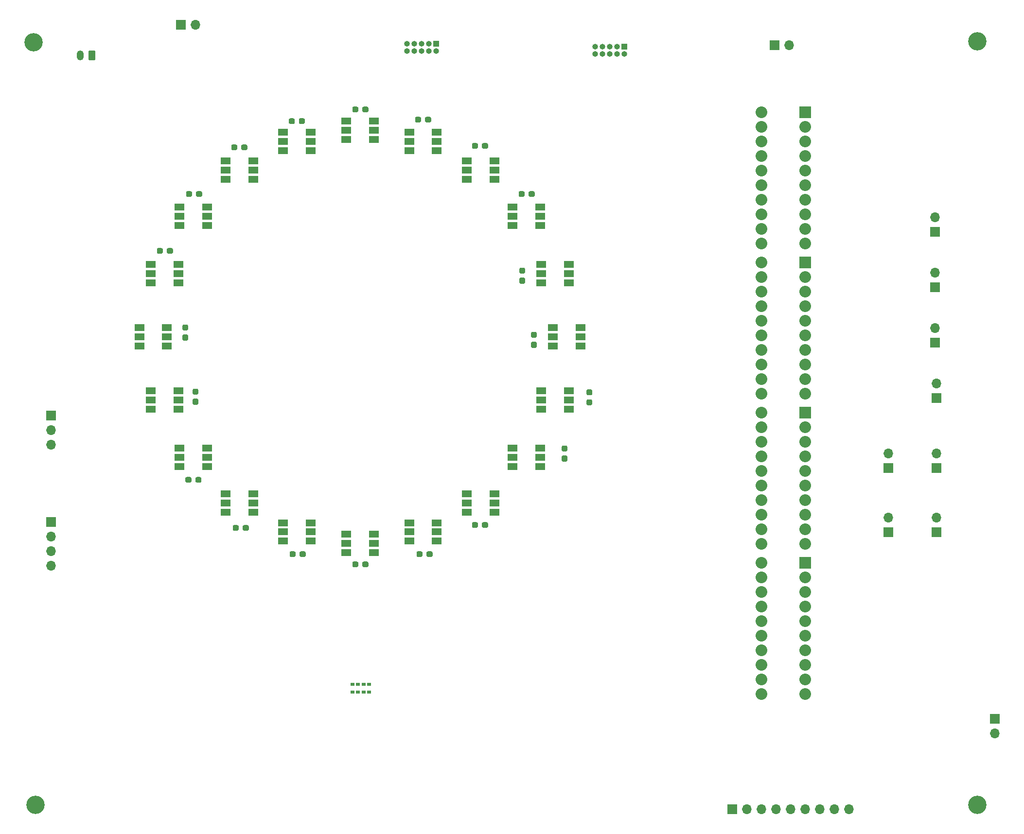
<source format=gbr>
G04 #@! TF.GenerationSoftware,KiCad,Pcbnew,(5.1.0)-1*
G04 #@! TF.CreationDate,2019-06-01T08:22:03-04:00*
G04 #@! TF.ProjectId,CommandCenter_KICAD,436f6d6d-616e-4644-9365-6e7465725f4b,rev?*
G04 #@! TF.SameCoordinates,Original*
G04 #@! TF.FileFunction,Soldermask,Bot*
G04 #@! TF.FilePolarity,Negative*
%FSLAX46Y46*%
G04 Gerber Fmt 4.6, Leading zero omitted, Abs format (unit mm)*
G04 Created by KiCad (PCBNEW (5.1.0)-1) date 2019-06-01 08:22:03*
%MOMM*%
%LPD*%
G04 APERTURE LIST*
%ADD10R,2.032000X2.032000*%
%ADD11C,2.032000*%
%ADD12R,1.700000X1.700000*%
%ADD13O,1.700000X1.700000*%
%ADD14O,1.000000X1.000000*%
%ADD15R,1.000000X1.000000*%
%ADD16R,0.720000X0.600000*%
%ADD17R,1.800000X1.200000*%
%ADD18C,0.100000*%
%ADD19C,0.950000*%
%ADD20C,3.200000*%
%ADD21C,1.200000*%
%ADD22O,1.200000X1.750000*%
G04 APERTURE END LIST*
D10*
X208026000Y-116840000D03*
D11*
X208026000Y-119380000D03*
X208026000Y-121920000D03*
X208026000Y-124460000D03*
X200406000Y-134620000D03*
X200406000Y-132080000D03*
X200406000Y-129540000D03*
X200406000Y-127000000D03*
X208026000Y-127000000D03*
X208026000Y-129540000D03*
X208026000Y-132080000D03*
X208026000Y-134620000D03*
X200406000Y-137160000D03*
X200406000Y-139700000D03*
X208026000Y-139700000D03*
X208026000Y-137160000D03*
X200406000Y-124460000D03*
X200406000Y-121920000D03*
X200406000Y-119380000D03*
X200406000Y-116840000D03*
X200406000Y-38354000D03*
X200406000Y-40894000D03*
X200406000Y-43434000D03*
X200406000Y-45974000D03*
X208026000Y-58674000D03*
X208026000Y-61214000D03*
X200406000Y-61214000D03*
X200406000Y-58674000D03*
X208026000Y-56134000D03*
X208026000Y-53594000D03*
X208026000Y-51054000D03*
X208026000Y-48514000D03*
X200406000Y-48514000D03*
X200406000Y-51054000D03*
X200406000Y-53594000D03*
X200406000Y-56134000D03*
X208026000Y-45974000D03*
X208026000Y-43434000D03*
X208026000Y-40894000D03*
D10*
X208026000Y-38354000D03*
X208026000Y-64516000D03*
D11*
X208026000Y-67056000D03*
X208026000Y-69596000D03*
X208026000Y-72136000D03*
X200406000Y-82296000D03*
X200406000Y-79756000D03*
X200406000Y-77216000D03*
X200406000Y-74676000D03*
X208026000Y-74676000D03*
X208026000Y-77216000D03*
X208026000Y-79756000D03*
X208026000Y-82296000D03*
X200406000Y-84836000D03*
X200406000Y-87376000D03*
X208026000Y-87376000D03*
X208026000Y-84836000D03*
X200406000Y-72136000D03*
X200406000Y-69596000D03*
X200406000Y-67056000D03*
X200406000Y-64516000D03*
X200406000Y-90678000D03*
X200406000Y-93218000D03*
X200406000Y-95758000D03*
X200406000Y-98298000D03*
X208026000Y-110998000D03*
X208026000Y-113538000D03*
X200406000Y-113538000D03*
X200406000Y-110998000D03*
X208026000Y-108458000D03*
X208026000Y-105918000D03*
X208026000Y-103378000D03*
X208026000Y-100838000D03*
X200406000Y-100838000D03*
X200406000Y-103378000D03*
X200406000Y-105918000D03*
X200406000Y-108458000D03*
X208026000Y-98298000D03*
X208026000Y-95758000D03*
X208026000Y-93218000D03*
D10*
X208026000Y-90678000D03*
D12*
X76708000Y-109728000D03*
D13*
X76708000Y-112268000D03*
X76708000Y-114808000D03*
X76708000Y-117348000D03*
D14*
X138684000Y-26416000D03*
X138684000Y-27686000D03*
X139954000Y-26416000D03*
X139954000Y-27686000D03*
X141224000Y-26416000D03*
X141224000Y-27686000D03*
X142494000Y-26416000D03*
X142494000Y-27686000D03*
D15*
X143764000Y-26416000D03*
D14*
X143764000Y-27686000D03*
D12*
X76708000Y-91186000D03*
D13*
X76708000Y-93726000D03*
X76708000Y-96266000D03*
X205232000Y-26670000D03*
D12*
X202692000Y-26670000D03*
X99314000Y-23114000D03*
D13*
X101854000Y-23114000D03*
X230886000Y-85598000D03*
D12*
X230886000Y-88138000D03*
X230632000Y-78486000D03*
D13*
X230632000Y-75946000D03*
D12*
X230632000Y-68834000D03*
D13*
X230632000Y-66294000D03*
X230632000Y-56642000D03*
D12*
X230632000Y-59182000D03*
X241046000Y-144018000D03*
D13*
X241046000Y-146558000D03*
D12*
X230886000Y-111506000D03*
D13*
X230886000Y-108966000D03*
X222504000Y-108966000D03*
D12*
X222504000Y-111506000D03*
D14*
X176530000Y-28194000D03*
D15*
X176530000Y-26924000D03*
D14*
X175260000Y-28194000D03*
X175260000Y-26924000D03*
X173990000Y-28194000D03*
X173990000Y-26924000D03*
X172720000Y-28194000D03*
X172720000Y-26924000D03*
X171450000Y-28194000D03*
X171450000Y-26924000D03*
D12*
X195326000Y-159766000D03*
D13*
X197866000Y-159766000D03*
X200406000Y-159766000D03*
X202946000Y-159766000D03*
X205486000Y-159766000D03*
X208026000Y-159766000D03*
X210566000Y-159766000D03*
X213106000Y-159766000D03*
X215646000Y-159766000D03*
D16*
X129170000Y-139384000D03*
X130140000Y-139384000D03*
X131110000Y-139384000D03*
X132080000Y-139384000D03*
X132080000Y-137984000D03*
X131110000Y-137984000D03*
X130140000Y-137984000D03*
X129170000Y-137984000D03*
D17*
X162084000Y-86848000D03*
X166884000Y-86848000D03*
X166884000Y-88448000D03*
X162084000Y-88448000D03*
X162084000Y-90048000D03*
X166884000Y-90048000D03*
X157084000Y-96848000D03*
X161884000Y-96848000D03*
X161884000Y-98448000D03*
X157084000Y-98448000D03*
X157084000Y-100048000D03*
X161884000Y-100048000D03*
X153884000Y-108048000D03*
X149084000Y-108048000D03*
X149084000Y-106448000D03*
X153884000Y-106448000D03*
X153884000Y-104848000D03*
X149084000Y-104848000D03*
X143884000Y-113048000D03*
X139084000Y-113048000D03*
X139084000Y-111448000D03*
X143884000Y-111448000D03*
X143884000Y-109848000D03*
X139084000Y-109848000D03*
X128084000Y-111848000D03*
X132884000Y-111848000D03*
X132884000Y-113448000D03*
X128084000Y-113448000D03*
X128084000Y-115048000D03*
X132884000Y-115048000D03*
X121884000Y-113048000D03*
X117084000Y-113048000D03*
X117084000Y-111448000D03*
X121884000Y-111448000D03*
X121884000Y-109848000D03*
X117084000Y-109848000D03*
X111884000Y-108048000D03*
X107084000Y-108048000D03*
X107084000Y-106448000D03*
X111884000Y-106448000D03*
X111884000Y-104848000D03*
X107084000Y-104848000D03*
X103884000Y-100048000D03*
X99084000Y-100048000D03*
X99084000Y-98448000D03*
X103884000Y-98448000D03*
X103884000Y-96848000D03*
X99084000Y-96848000D03*
X98884000Y-90048000D03*
X94084000Y-90048000D03*
X94084000Y-88448000D03*
X98884000Y-88448000D03*
X98884000Y-86848000D03*
X94084000Y-86848000D03*
X96884000Y-79048000D03*
X92084000Y-79048000D03*
X92084000Y-77448000D03*
X96884000Y-77448000D03*
X96884000Y-75848000D03*
X92084000Y-75848000D03*
X98884000Y-68048000D03*
X94084000Y-68048000D03*
X94084000Y-66448000D03*
X98884000Y-66448000D03*
X98884000Y-64848000D03*
X94084000Y-64848000D03*
X103884000Y-58048000D03*
X99084000Y-58048000D03*
X99084000Y-56448000D03*
X103884000Y-56448000D03*
X103884000Y-54848000D03*
X99084000Y-54848000D03*
X107084000Y-46848000D03*
X111884000Y-46848000D03*
X111884000Y-48448000D03*
X107084000Y-48448000D03*
X107084000Y-50048000D03*
X111884000Y-50048000D03*
X121884000Y-45048000D03*
X117084000Y-45048000D03*
X117084000Y-43448000D03*
X121884000Y-43448000D03*
X121884000Y-41848000D03*
X117084000Y-41848000D03*
X132884000Y-43048000D03*
X128084000Y-43048000D03*
X128084000Y-41448000D03*
X132884000Y-41448000D03*
X132884000Y-39848000D03*
X128084000Y-39848000D03*
X139084000Y-41848000D03*
X143884000Y-41848000D03*
X143884000Y-43448000D03*
X139084000Y-43448000D03*
X139084000Y-45048000D03*
X143884000Y-45048000D03*
X153884000Y-50048000D03*
X149084000Y-50048000D03*
X149084000Y-48448000D03*
X153884000Y-48448000D03*
X153884000Y-46848000D03*
X149084000Y-46848000D03*
X157084000Y-54848000D03*
X161884000Y-54848000D03*
X161884000Y-56448000D03*
X157084000Y-56448000D03*
X157084000Y-58048000D03*
X161884000Y-58048000D03*
X162084000Y-64848000D03*
X166884000Y-64848000D03*
X166884000Y-66448000D03*
X162084000Y-66448000D03*
X162084000Y-68048000D03*
X166884000Y-68048000D03*
X164084000Y-75848000D03*
X168884000Y-75848000D03*
X168884000Y-77448000D03*
X164084000Y-77448000D03*
X164084000Y-79048000D03*
X168884000Y-79048000D03*
D18*
G36*
X102114779Y-88235144D02*
G01*
X102137834Y-88238563D01*
X102160443Y-88244227D01*
X102182387Y-88252079D01*
X102203457Y-88262044D01*
X102223448Y-88274026D01*
X102242168Y-88287910D01*
X102259438Y-88303562D01*
X102275090Y-88320832D01*
X102288974Y-88339552D01*
X102300956Y-88359543D01*
X102310921Y-88380613D01*
X102318773Y-88402557D01*
X102324437Y-88425166D01*
X102327856Y-88448221D01*
X102329000Y-88471500D01*
X102329000Y-89046500D01*
X102327856Y-89069779D01*
X102324437Y-89092834D01*
X102318773Y-89115443D01*
X102310921Y-89137387D01*
X102300956Y-89158457D01*
X102288974Y-89178448D01*
X102275090Y-89197168D01*
X102259438Y-89214438D01*
X102242168Y-89230090D01*
X102223448Y-89243974D01*
X102203457Y-89255956D01*
X102182387Y-89265921D01*
X102160443Y-89273773D01*
X102137834Y-89279437D01*
X102114779Y-89282856D01*
X102091500Y-89284000D01*
X101616500Y-89284000D01*
X101593221Y-89282856D01*
X101570166Y-89279437D01*
X101547557Y-89273773D01*
X101525613Y-89265921D01*
X101504543Y-89255956D01*
X101484552Y-89243974D01*
X101465832Y-89230090D01*
X101448562Y-89214438D01*
X101432910Y-89197168D01*
X101419026Y-89178448D01*
X101407044Y-89158457D01*
X101397079Y-89137387D01*
X101389227Y-89115443D01*
X101383563Y-89092834D01*
X101380144Y-89069779D01*
X101379000Y-89046500D01*
X101379000Y-88471500D01*
X101380144Y-88448221D01*
X101383563Y-88425166D01*
X101389227Y-88402557D01*
X101397079Y-88380613D01*
X101407044Y-88359543D01*
X101419026Y-88339552D01*
X101432910Y-88320832D01*
X101448562Y-88303562D01*
X101465832Y-88287910D01*
X101484552Y-88274026D01*
X101504543Y-88262044D01*
X101525613Y-88252079D01*
X101547557Y-88244227D01*
X101570166Y-88238563D01*
X101593221Y-88235144D01*
X101616500Y-88234000D01*
X102091500Y-88234000D01*
X102114779Y-88235144D01*
X102114779Y-88235144D01*
G37*
D19*
X101854000Y-88759000D03*
D18*
G36*
X102114779Y-86485144D02*
G01*
X102137834Y-86488563D01*
X102160443Y-86494227D01*
X102182387Y-86502079D01*
X102203457Y-86512044D01*
X102223448Y-86524026D01*
X102242168Y-86537910D01*
X102259438Y-86553562D01*
X102275090Y-86570832D01*
X102288974Y-86589552D01*
X102300956Y-86609543D01*
X102310921Y-86630613D01*
X102318773Y-86652557D01*
X102324437Y-86675166D01*
X102327856Y-86698221D01*
X102329000Y-86721500D01*
X102329000Y-87296500D01*
X102327856Y-87319779D01*
X102324437Y-87342834D01*
X102318773Y-87365443D01*
X102310921Y-87387387D01*
X102300956Y-87408457D01*
X102288974Y-87428448D01*
X102275090Y-87447168D01*
X102259438Y-87464438D01*
X102242168Y-87480090D01*
X102223448Y-87493974D01*
X102203457Y-87505956D01*
X102182387Y-87515921D01*
X102160443Y-87523773D01*
X102137834Y-87529437D01*
X102114779Y-87532856D01*
X102091500Y-87534000D01*
X101616500Y-87534000D01*
X101593221Y-87532856D01*
X101570166Y-87529437D01*
X101547557Y-87523773D01*
X101525613Y-87515921D01*
X101504543Y-87505956D01*
X101484552Y-87493974D01*
X101465832Y-87480090D01*
X101448562Y-87464438D01*
X101432910Y-87447168D01*
X101419026Y-87428448D01*
X101407044Y-87408457D01*
X101397079Y-87387387D01*
X101389227Y-87365443D01*
X101383563Y-87342834D01*
X101380144Y-87319779D01*
X101379000Y-87296500D01*
X101379000Y-86721500D01*
X101380144Y-86698221D01*
X101383563Y-86675166D01*
X101389227Y-86652557D01*
X101397079Y-86630613D01*
X101407044Y-86609543D01*
X101419026Y-86589552D01*
X101432910Y-86570832D01*
X101448562Y-86553562D01*
X101465832Y-86537910D01*
X101484552Y-86524026D01*
X101504543Y-86512044D01*
X101525613Y-86502079D01*
X101547557Y-86494227D01*
X101570166Y-86488563D01*
X101593221Y-86485144D01*
X101616500Y-86484000D01*
X102091500Y-86484000D01*
X102114779Y-86485144D01*
X102114779Y-86485144D01*
G37*
D19*
X101854000Y-87009000D03*
D18*
G36*
X131741779Y-116620144D02*
G01*
X131764834Y-116623563D01*
X131787443Y-116629227D01*
X131809387Y-116637079D01*
X131830457Y-116647044D01*
X131850448Y-116659026D01*
X131869168Y-116672910D01*
X131886438Y-116688562D01*
X131902090Y-116705832D01*
X131915974Y-116724552D01*
X131927956Y-116744543D01*
X131937921Y-116765613D01*
X131945773Y-116787557D01*
X131951437Y-116810166D01*
X131954856Y-116833221D01*
X131956000Y-116856500D01*
X131956000Y-117331500D01*
X131954856Y-117354779D01*
X131951437Y-117377834D01*
X131945773Y-117400443D01*
X131937921Y-117422387D01*
X131927956Y-117443457D01*
X131915974Y-117463448D01*
X131902090Y-117482168D01*
X131886438Y-117499438D01*
X131869168Y-117515090D01*
X131850448Y-117528974D01*
X131830457Y-117540956D01*
X131809387Y-117550921D01*
X131787443Y-117558773D01*
X131764834Y-117564437D01*
X131741779Y-117567856D01*
X131718500Y-117569000D01*
X131143500Y-117569000D01*
X131120221Y-117567856D01*
X131097166Y-117564437D01*
X131074557Y-117558773D01*
X131052613Y-117550921D01*
X131031543Y-117540956D01*
X131011552Y-117528974D01*
X130992832Y-117515090D01*
X130975562Y-117499438D01*
X130959910Y-117482168D01*
X130946026Y-117463448D01*
X130934044Y-117443457D01*
X130924079Y-117422387D01*
X130916227Y-117400443D01*
X130910563Y-117377834D01*
X130907144Y-117354779D01*
X130906000Y-117331500D01*
X130906000Y-116856500D01*
X130907144Y-116833221D01*
X130910563Y-116810166D01*
X130916227Y-116787557D01*
X130924079Y-116765613D01*
X130934044Y-116744543D01*
X130946026Y-116724552D01*
X130959910Y-116705832D01*
X130975562Y-116688562D01*
X130992832Y-116672910D01*
X131011552Y-116659026D01*
X131031543Y-116647044D01*
X131052613Y-116637079D01*
X131074557Y-116629227D01*
X131097166Y-116623563D01*
X131120221Y-116620144D01*
X131143500Y-116619000D01*
X131718500Y-116619000D01*
X131741779Y-116620144D01*
X131741779Y-116620144D01*
G37*
D19*
X131431000Y-117094000D03*
D18*
G36*
X129991779Y-116620144D02*
G01*
X130014834Y-116623563D01*
X130037443Y-116629227D01*
X130059387Y-116637079D01*
X130080457Y-116647044D01*
X130100448Y-116659026D01*
X130119168Y-116672910D01*
X130136438Y-116688562D01*
X130152090Y-116705832D01*
X130165974Y-116724552D01*
X130177956Y-116744543D01*
X130187921Y-116765613D01*
X130195773Y-116787557D01*
X130201437Y-116810166D01*
X130204856Y-116833221D01*
X130206000Y-116856500D01*
X130206000Y-117331500D01*
X130204856Y-117354779D01*
X130201437Y-117377834D01*
X130195773Y-117400443D01*
X130187921Y-117422387D01*
X130177956Y-117443457D01*
X130165974Y-117463448D01*
X130152090Y-117482168D01*
X130136438Y-117499438D01*
X130119168Y-117515090D01*
X130100448Y-117528974D01*
X130080457Y-117540956D01*
X130059387Y-117550921D01*
X130037443Y-117558773D01*
X130014834Y-117564437D01*
X129991779Y-117567856D01*
X129968500Y-117569000D01*
X129393500Y-117569000D01*
X129370221Y-117567856D01*
X129347166Y-117564437D01*
X129324557Y-117558773D01*
X129302613Y-117550921D01*
X129281543Y-117540956D01*
X129261552Y-117528974D01*
X129242832Y-117515090D01*
X129225562Y-117499438D01*
X129209910Y-117482168D01*
X129196026Y-117463448D01*
X129184044Y-117443457D01*
X129174079Y-117422387D01*
X129166227Y-117400443D01*
X129160563Y-117377834D01*
X129157144Y-117354779D01*
X129156000Y-117331500D01*
X129156000Y-116856500D01*
X129157144Y-116833221D01*
X129160563Y-116810166D01*
X129166227Y-116787557D01*
X129174079Y-116765613D01*
X129184044Y-116744543D01*
X129196026Y-116724552D01*
X129209910Y-116705832D01*
X129225562Y-116688562D01*
X129242832Y-116672910D01*
X129261552Y-116659026D01*
X129281543Y-116647044D01*
X129302613Y-116637079D01*
X129324557Y-116629227D01*
X129347166Y-116623563D01*
X129370221Y-116620144D01*
X129393500Y-116619000D01*
X129968500Y-116619000D01*
X129991779Y-116620144D01*
X129991779Y-116620144D01*
G37*
D19*
X129681000Y-117094000D03*
D18*
G36*
X170694779Y-88348144D02*
G01*
X170717834Y-88351563D01*
X170740443Y-88357227D01*
X170762387Y-88365079D01*
X170783457Y-88375044D01*
X170803448Y-88387026D01*
X170822168Y-88400910D01*
X170839438Y-88416562D01*
X170855090Y-88433832D01*
X170868974Y-88452552D01*
X170880956Y-88472543D01*
X170890921Y-88493613D01*
X170898773Y-88515557D01*
X170904437Y-88538166D01*
X170907856Y-88561221D01*
X170909000Y-88584500D01*
X170909000Y-89159500D01*
X170907856Y-89182779D01*
X170904437Y-89205834D01*
X170898773Y-89228443D01*
X170890921Y-89250387D01*
X170880956Y-89271457D01*
X170868974Y-89291448D01*
X170855090Y-89310168D01*
X170839438Y-89327438D01*
X170822168Y-89343090D01*
X170803448Y-89356974D01*
X170783457Y-89368956D01*
X170762387Y-89378921D01*
X170740443Y-89386773D01*
X170717834Y-89392437D01*
X170694779Y-89395856D01*
X170671500Y-89397000D01*
X170196500Y-89397000D01*
X170173221Y-89395856D01*
X170150166Y-89392437D01*
X170127557Y-89386773D01*
X170105613Y-89378921D01*
X170084543Y-89368956D01*
X170064552Y-89356974D01*
X170045832Y-89343090D01*
X170028562Y-89327438D01*
X170012910Y-89310168D01*
X169999026Y-89291448D01*
X169987044Y-89271457D01*
X169977079Y-89250387D01*
X169969227Y-89228443D01*
X169963563Y-89205834D01*
X169960144Y-89182779D01*
X169959000Y-89159500D01*
X169959000Y-88584500D01*
X169960144Y-88561221D01*
X169963563Y-88538166D01*
X169969227Y-88515557D01*
X169977079Y-88493613D01*
X169987044Y-88472543D01*
X169999026Y-88452552D01*
X170012910Y-88433832D01*
X170028562Y-88416562D01*
X170045832Y-88400910D01*
X170064552Y-88387026D01*
X170084543Y-88375044D01*
X170105613Y-88365079D01*
X170127557Y-88357227D01*
X170150166Y-88351563D01*
X170173221Y-88348144D01*
X170196500Y-88347000D01*
X170671500Y-88347000D01*
X170694779Y-88348144D01*
X170694779Y-88348144D01*
G37*
D19*
X170434000Y-88872000D03*
D18*
G36*
X170694779Y-86598144D02*
G01*
X170717834Y-86601563D01*
X170740443Y-86607227D01*
X170762387Y-86615079D01*
X170783457Y-86625044D01*
X170803448Y-86637026D01*
X170822168Y-86650910D01*
X170839438Y-86666562D01*
X170855090Y-86683832D01*
X170868974Y-86702552D01*
X170880956Y-86722543D01*
X170890921Y-86743613D01*
X170898773Y-86765557D01*
X170904437Y-86788166D01*
X170907856Y-86811221D01*
X170909000Y-86834500D01*
X170909000Y-87409500D01*
X170907856Y-87432779D01*
X170904437Y-87455834D01*
X170898773Y-87478443D01*
X170890921Y-87500387D01*
X170880956Y-87521457D01*
X170868974Y-87541448D01*
X170855090Y-87560168D01*
X170839438Y-87577438D01*
X170822168Y-87593090D01*
X170803448Y-87606974D01*
X170783457Y-87618956D01*
X170762387Y-87628921D01*
X170740443Y-87636773D01*
X170717834Y-87642437D01*
X170694779Y-87645856D01*
X170671500Y-87647000D01*
X170196500Y-87647000D01*
X170173221Y-87645856D01*
X170150166Y-87642437D01*
X170127557Y-87636773D01*
X170105613Y-87628921D01*
X170084543Y-87618956D01*
X170064552Y-87606974D01*
X170045832Y-87593090D01*
X170028562Y-87577438D01*
X170012910Y-87560168D01*
X169999026Y-87541448D01*
X169987044Y-87521457D01*
X169977079Y-87500387D01*
X169969227Y-87478443D01*
X169963563Y-87455834D01*
X169960144Y-87432779D01*
X169959000Y-87409500D01*
X169959000Y-86834500D01*
X169960144Y-86811221D01*
X169963563Y-86788166D01*
X169969227Y-86765557D01*
X169977079Y-86743613D01*
X169987044Y-86722543D01*
X169999026Y-86702552D01*
X170012910Y-86683832D01*
X170028562Y-86666562D01*
X170045832Y-86650910D01*
X170064552Y-86637026D01*
X170084543Y-86625044D01*
X170105613Y-86615079D01*
X170127557Y-86607227D01*
X170150166Y-86601563D01*
X170173221Y-86598144D01*
X170196500Y-86597000D01*
X170671500Y-86597000D01*
X170694779Y-86598144D01*
X170694779Y-86598144D01*
G37*
D19*
X170434000Y-87122000D03*
D18*
G36*
X108909779Y-43976144D02*
G01*
X108932834Y-43979563D01*
X108955443Y-43985227D01*
X108977387Y-43993079D01*
X108998457Y-44003044D01*
X109018448Y-44015026D01*
X109037168Y-44028910D01*
X109054438Y-44044562D01*
X109070090Y-44061832D01*
X109083974Y-44080552D01*
X109095956Y-44100543D01*
X109105921Y-44121613D01*
X109113773Y-44143557D01*
X109119437Y-44166166D01*
X109122856Y-44189221D01*
X109124000Y-44212500D01*
X109124000Y-44687500D01*
X109122856Y-44710779D01*
X109119437Y-44733834D01*
X109113773Y-44756443D01*
X109105921Y-44778387D01*
X109095956Y-44799457D01*
X109083974Y-44819448D01*
X109070090Y-44838168D01*
X109054438Y-44855438D01*
X109037168Y-44871090D01*
X109018448Y-44884974D01*
X108998457Y-44896956D01*
X108977387Y-44906921D01*
X108955443Y-44914773D01*
X108932834Y-44920437D01*
X108909779Y-44923856D01*
X108886500Y-44925000D01*
X108311500Y-44925000D01*
X108288221Y-44923856D01*
X108265166Y-44920437D01*
X108242557Y-44914773D01*
X108220613Y-44906921D01*
X108199543Y-44896956D01*
X108179552Y-44884974D01*
X108160832Y-44871090D01*
X108143562Y-44855438D01*
X108127910Y-44838168D01*
X108114026Y-44819448D01*
X108102044Y-44799457D01*
X108092079Y-44778387D01*
X108084227Y-44756443D01*
X108078563Y-44733834D01*
X108075144Y-44710779D01*
X108074000Y-44687500D01*
X108074000Y-44212500D01*
X108075144Y-44189221D01*
X108078563Y-44166166D01*
X108084227Y-44143557D01*
X108092079Y-44121613D01*
X108102044Y-44100543D01*
X108114026Y-44080552D01*
X108127910Y-44061832D01*
X108143562Y-44044562D01*
X108160832Y-44028910D01*
X108179552Y-44015026D01*
X108199543Y-44003044D01*
X108220613Y-43993079D01*
X108242557Y-43985227D01*
X108265166Y-43979563D01*
X108288221Y-43976144D01*
X108311500Y-43975000D01*
X108886500Y-43975000D01*
X108909779Y-43976144D01*
X108909779Y-43976144D01*
G37*
D19*
X108599000Y-44450000D03*
D18*
G36*
X110659779Y-43976144D02*
G01*
X110682834Y-43979563D01*
X110705443Y-43985227D01*
X110727387Y-43993079D01*
X110748457Y-44003044D01*
X110768448Y-44015026D01*
X110787168Y-44028910D01*
X110804438Y-44044562D01*
X110820090Y-44061832D01*
X110833974Y-44080552D01*
X110845956Y-44100543D01*
X110855921Y-44121613D01*
X110863773Y-44143557D01*
X110869437Y-44166166D01*
X110872856Y-44189221D01*
X110874000Y-44212500D01*
X110874000Y-44687500D01*
X110872856Y-44710779D01*
X110869437Y-44733834D01*
X110863773Y-44756443D01*
X110855921Y-44778387D01*
X110845956Y-44799457D01*
X110833974Y-44819448D01*
X110820090Y-44838168D01*
X110804438Y-44855438D01*
X110787168Y-44871090D01*
X110768448Y-44884974D01*
X110748457Y-44896956D01*
X110727387Y-44906921D01*
X110705443Y-44914773D01*
X110682834Y-44920437D01*
X110659779Y-44923856D01*
X110636500Y-44925000D01*
X110061500Y-44925000D01*
X110038221Y-44923856D01*
X110015166Y-44920437D01*
X109992557Y-44914773D01*
X109970613Y-44906921D01*
X109949543Y-44896956D01*
X109929552Y-44884974D01*
X109910832Y-44871090D01*
X109893562Y-44855438D01*
X109877910Y-44838168D01*
X109864026Y-44819448D01*
X109852044Y-44799457D01*
X109842079Y-44778387D01*
X109834227Y-44756443D01*
X109828563Y-44733834D01*
X109825144Y-44710779D01*
X109824000Y-44687500D01*
X109824000Y-44212500D01*
X109825144Y-44189221D01*
X109828563Y-44166166D01*
X109834227Y-44143557D01*
X109842079Y-44121613D01*
X109852044Y-44100543D01*
X109864026Y-44080552D01*
X109877910Y-44061832D01*
X109893562Y-44044562D01*
X109910832Y-44028910D01*
X109929552Y-44015026D01*
X109949543Y-44003044D01*
X109970613Y-43993079D01*
X109992557Y-43985227D01*
X110015166Y-43979563D01*
X110038221Y-43976144D01*
X110061500Y-43975000D01*
X110636500Y-43975000D01*
X110659779Y-43976144D01*
X110659779Y-43976144D01*
G37*
D19*
X110349000Y-44450000D03*
D18*
G36*
X152569779Y-43722144D02*
G01*
X152592834Y-43725563D01*
X152615443Y-43731227D01*
X152637387Y-43739079D01*
X152658457Y-43749044D01*
X152678448Y-43761026D01*
X152697168Y-43774910D01*
X152714438Y-43790562D01*
X152730090Y-43807832D01*
X152743974Y-43826552D01*
X152755956Y-43846543D01*
X152765921Y-43867613D01*
X152773773Y-43889557D01*
X152779437Y-43912166D01*
X152782856Y-43935221D01*
X152784000Y-43958500D01*
X152784000Y-44433500D01*
X152782856Y-44456779D01*
X152779437Y-44479834D01*
X152773773Y-44502443D01*
X152765921Y-44524387D01*
X152755956Y-44545457D01*
X152743974Y-44565448D01*
X152730090Y-44584168D01*
X152714438Y-44601438D01*
X152697168Y-44617090D01*
X152678448Y-44630974D01*
X152658457Y-44642956D01*
X152637387Y-44652921D01*
X152615443Y-44660773D01*
X152592834Y-44666437D01*
X152569779Y-44669856D01*
X152546500Y-44671000D01*
X151971500Y-44671000D01*
X151948221Y-44669856D01*
X151925166Y-44666437D01*
X151902557Y-44660773D01*
X151880613Y-44652921D01*
X151859543Y-44642956D01*
X151839552Y-44630974D01*
X151820832Y-44617090D01*
X151803562Y-44601438D01*
X151787910Y-44584168D01*
X151774026Y-44565448D01*
X151762044Y-44545457D01*
X151752079Y-44524387D01*
X151744227Y-44502443D01*
X151738563Y-44479834D01*
X151735144Y-44456779D01*
X151734000Y-44433500D01*
X151734000Y-43958500D01*
X151735144Y-43935221D01*
X151738563Y-43912166D01*
X151744227Y-43889557D01*
X151752079Y-43867613D01*
X151762044Y-43846543D01*
X151774026Y-43826552D01*
X151787910Y-43807832D01*
X151803562Y-43790562D01*
X151820832Y-43774910D01*
X151839552Y-43761026D01*
X151859543Y-43749044D01*
X151880613Y-43739079D01*
X151902557Y-43731227D01*
X151925166Y-43725563D01*
X151948221Y-43722144D01*
X151971500Y-43721000D01*
X152546500Y-43721000D01*
X152569779Y-43722144D01*
X152569779Y-43722144D01*
G37*
D19*
X152259000Y-44196000D03*
D18*
G36*
X150819779Y-43722144D02*
G01*
X150842834Y-43725563D01*
X150865443Y-43731227D01*
X150887387Y-43739079D01*
X150908457Y-43749044D01*
X150928448Y-43761026D01*
X150947168Y-43774910D01*
X150964438Y-43790562D01*
X150980090Y-43807832D01*
X150993974Y-43826552D01*
X151005956Y-43846543D01*
X151015921Y-43867613D01*
X151023773Y-43889557D01*
X151029437Y-43912166D01*
X151032856Y-43935221D01*
X151034000Y-43958500D01*
X151034000Y-44433500D01*
X151032856Y-44456779D01*
X151029437Y-44479834D01*
X151023773Y-44502443D01*
X151015921Y-44524387D01*
X151005956Y-44545457D01*
X150993974Y-44565448D01*
X150980090Y-44584168D01*
X150964438Y-44601438D01*
X150947168Y-44617090D01*
X150928448Y-44630974D01*
X150908457Y-44642956D01*
X150887387Y-44652921D01*
X150865443Y-44660773D01*
X150842834Y-44666437D01*
X150819779Y-44669856D01*
X150796500Y-44671000D01*
X150221500Y-44671000D01*
X150198221Y-44669856D01*
X150175166Y-44666437D01*
X150152557Y-44660773D01*
X150130613Y-44652921D01*
X150109543Y-44642956D01*
X150089552Y-44630974D01*
X150070832Y-44617090D01*
X150053562Y-44601438D01*
X150037910Y-44584168D01*
X150024026Y-44565448D01*
X150012044Y-44545457D01*
X150002079Y-44524387D01*
X149994227Y-44502443D01*
X149988563Y-44479834D01*
X149985144Y-44456779D01*
X149984000Y-44433500D01*
X149984000Y-43958500D01*
X149985144Y-43935221D01*
X149988563Y-43912166D01*
X149994227Y-43889557D01*
X150002079Y-43867613D01*
X150012044Y-43846543D01*
X150024026Y-43826552D01*
X150037910Y-43807832D01*
X150053562Y-43790562D01*
X150070832Y-43774910D01*
X150089552Y-43761026D01*
X150109543Y-43749044D01*
X150130613Y-43739079D01*
X150152557Y-43731227D01*
X150175166Y-43725563D01*
X150198221Y-43722144D01*
X150221500Y-43721000D01*
X150796500Y-43721000D01*
X150819779Y-43722144D01*
X150819779Y-43722144D01*
G37*
D19*
X150509000Y-44196000D03*
D18*
G36*
X100336779Y-77059144D02*
G01*
X100359834Y-77062563D01*
X100382443Y-77068227D01*
X100404387Y-77076079D01*
X100425457Y-77086044D01*
X100445448Y-77098026D01*
X100464168Y-77111910D01*
X100481438Y-77127562D01*
X100497090Y-77144832D01*
X100510974Y-77163552D01*
X100522956Y-77183543D01*
X100532921Y-77204613D01*
X100540773Y-77226557D01*
X100546437Y-77249166D01*
X100549856Y-77272221D01*
X100551000Y-77295500D01*
X100551000Y-77870500D01*
X100549856Y-77893779D01*
X100546437Y-77916834D01*
X100540773Y-77939443D01*
X100532921Y-77961387D01*
X100522956Y-77982457D01*
X100510974Y-78002448D01*
X100497090Y-78021168D01*
X100481438Y-78038438D01*
X100464168Y-78054090D01*
X100445448Y-78067974D01*
X100425457Y-78079956D01*
X100404387Y-78089921D01*
X100382443Y-78097773D01*
X100359834Y-78103437D01*
X100336779Y-78106856D01*
X100313500Y-78108000D01*
X99838500Y-78108000D01*
X99815221Y-78106856D01*
X99792166Y-78103437D01*
X99769557Y-78097773D01*
X99747613Y-78089921D01*
X99726543Y-78079956D01*
X99706552Y-78067974D01*
X99687832Y-78054090D01*
X99670562Y-78038438D01*
X99654910Y-78021168D01*
X99641026Y-78002448D01*
X99629044Y-77982457D01*
X99619079Y-77961387D01*
X99611227Y-77939443D01*
X99605563Y-77916834D01*
X99602144Y-77893779D01*
X99601000Y-77870500D01*
X99601000Y-77295500D01*
X99602144Y-77272221D01*
X99605563Y-77249166D01*
X99611227Y-77226557D01*
X99619079Y-77204613D01*
X99629044Y-77183543D01*
X99641026Y-77163552D01*
X99654910Y-77144832D01*
X99670562Y-77127562D01*
X99687832Y-77111910D01*
X99706552Y-77098026D01*
X99726543Y-77086044D01*
X99747613Y-77076079D01*
X99769557Y-77068227D01*
X99792166Y-77062563D01*
X99815221Y-77059144D01*
X99838500Y-77058000D01*
X100313500Y-77058000D01*
X100336779Y-77059144D01*
X100336779Y-77059144D01*
G37*
D19*
X100076000Y-77583000D03*
D18*
G36*
X100336779Y-75309144D02*
G01*
X100359834Y-75312563D01*
X100382443Y-75318227D01*
X100404387Y-75326079D01*
X100425457Y-75336044D01*
X100445448Y-75348026D01*
X100464168Y-75361910D01*
X100481438Y-75377562D01*
X100497090Y-75394832D01*
X100510974Y-75413552D01*
X100522956Y-75433543D01*
X100532921Y-75454613D01*
X100540773Y-75476557D01*
X100546437Y-75499166D01*
X100549856Y-75522221D01*
X100551000Y-75545500D01*
X100551000Y-76120500D01*
X100549856Y-76143779D01*
X100546437Y-76166834D01*
X100540773Y-76189443D01*
X100532921Y-76211387D01*
X100522956Y-76232457D01*
X100510974Y-76252448D01*
X100497090Y-76271168D01*
X100481438Y-76288438D01*
X100464168Y-76304090D01*
X100445448Y-76317974D01*
X100425457Y-76329956D01*
X100404387Y-76339921D01*
X100382443Y-76347773D01*
X100359834Y-76353437D01*
X100336779Y-76356856D01*
X100313500Y-76358000D01*
X99838500Y-76358000D01*
X99815221Y-76356856D01*
X99792166Y-76353437D01*
X99769557Y-76347773D01*
X99747613Y-76339921D01*
X99726543Y-76329956D01*
X99706552Y-76317974D01*
X99687832Y-76304090D01*
X99670562Y-76288438D01*
X99654910Y-76271168D01*
X99641026Y-76252448D01*
X99629044Y-76232457D01*
X99619079Y-76211387D01*
X99611227Y-76189443D01*
X99605563Y-76166834D01*
X99602144Y-76143779D01*
X99601000Y-76120500D01*
X99601000Y-75545500D01*
X99602144Y-75522221D01*
X99605563Y-75499166D01*
X99611227Y-75476557D01*
X99619079Y-75454613D01*
X99629044Y-75433543D01*
X99641026Y-75413552D01*
X99654910Y-75394832D01*
X99670562Y-75377562D01*
X99687832Y-75361910D01*
X99706552Y-75348026D01*
X99726543Y-75336044D01*
X99747613Y-75326079D01*
X99769557Y-75318227D01*
X99792166Y-75312563D01*
X99815221Y-75309144D01*
X99838500Y-75308000D01*
X100313500Y-75308000D01*
X100336779Y-75309144D01*
X100336779Y-75309144D01*
G37*
D19*
X100076000Y-75833000D03*
D18*
G36*
X119069779Y-114842144D02*
G01*
X119092834Y-114845563D01*
X119115443Y-114851227D01*
X119137387Y-114859079D01*
X119158457Y-114869044D01*
X119178448Y-114881026D01*
X119197168Y-114894910D01*
X119214438Y-114910562D01*
X119230090Y-114927832D01*
X119243974Y-114946552D01*
X119255956Y-114966543D01*
X119265921Y-114987613D01*
X119273773Y-115009557D01*
X119279437Y-115032166D01*
X119282856Y-115055221D01*
X119284000Y-115078500D01*
X119284000Y-115553500D01*
X119282856Y-115576779D01*
X119279437Y-115599834D01*
X119273773Y-115622443D01*
X119265921Y-115644387D01*
X119255956Y-115665457D01*
X119243974Y-115685448D01*
X119230090Y-115704168D01*
X119214438Y-115721438D01*
X119197168Y-115737090D01*
X119178448Y-115750974D01*
X119158457Y-115762956D01*
X119137387Y-115772921D01*
X119115443Y-115780773D01*
X119092834Y-115786437D01*
X119069779Y-115789856D01*
X119046500Y-115791000D01*
X118471500Y-115791000D01*
X118448221Y-115789856D01*
X118425166Y-115786437D01*
X118402557Y-115780773D01*
X118380613Y-115772921D01*
X118359543Y-115762956D01*
X118339552Y-115750974D01*
X118320832Y-115737090D01*
X118303562Y-115721438D01*
X118287910Y-115704168D01*
X118274026Y-115685448D01*
X118262044Y-115665457D01*
X118252079Y-115644387D01*
X118244227Y-115622443D01*
X118238563Y-115599834D01*
X118235144Y-115576779D01*
X118234000Y-115553500D01*
X118234000Y-115078500D01*
X118235144Y-115055221D01*
X118238563Y-115032166D01*
X118244227Y-115009557D01*
X118252079Y-114987613D01*
X118262044Y-114966543D01*
X118274026Y-114946552D01*
X118287910Y-114927832D01*
X118303562Y-114910562D01*
X118320832Y-114894910D01*
X118339552Y-114881026D01*
X118359543Y-114869044D01*
X118380613Y-114859079D01*
X118402557Y-114851227D01*
X118425166Y-114845563D01*
X118448221Y-114842144D01*
X118471500Y-114841000D01*
X119046500Y-114841000D01*
X119069779Y-114842144D01*
X119069779Y-114842144D01*
G37*
D19*
X118759000Y-115316000D03*
D18*
G36*
X120819779Y-114842144D02*
G01*
X120842834Y-114845563D01*
X120865443Y-114851227D01*
X120887387Y-114859079D01*
X120908457Y-114869044D01*
X120928448Y-114881026D01*
X120947168Y-114894910D01*
X120964438Y-114910562D01*
X120980090Y-114927832D01*
X120993974Y-114946552D01*
X121005956Y-114966543D01*
X121015921Y-114987613D01*
X121023773Y-115009557D01*
X121029437Y-115032166D01*
X121032856Y-115055221D01*
X121034000Y-115078500D01*
X121034000Y-115553500D01*
X121032856Y-115576779D01*
X121029437Y-115599834D01*
X121023773Y-115622443D01*
X121015921Y-115644387D01*
X121005956Y-115665457D01*
X120993974Y-115685448D01*
X120980090Y-115704168D01*
X120964438Y-115721438D01*
X120947168Y-115737090D01*
X120928448Y-115750974D01*
X120908457Y-115762956D01*
X120887387Y-115772921D01*
X120865443Y-115780773D01*
X120842834Y-115786437D01*
X120819779Y-115789856D01*
X120796500Y-115791000D01*
X120221500Y-115791000D01*
X120198221Y-115789856D01*
X120175166Y-115786437D01*
X120152557Y-115780773D01*
X120130613Y-115772921D01*
X120109543Y-115762956D01*
X120089552Y-115750974D01*
X120070832Y-115737090D01*
X120053562Y-115721438D01*
X120037910Y-115704168D01*
X120024026Y-115685448D01*
X120012044Y-115665457D01*
X120002079Y-115644387D01*
X119994227Y-115622443D01*
X119988563Y-115599834D01*
X119985144Y-115576779D01*
X119984000Y-115553500D01*
X119984000Y-115078500D01*
X119985144Y-115055221D01*
X119988563Y-115032166D01*
X119994227Y-115009557D01*
X120002079Y-114987613D01*
X120012044Y-114966543D01*
X120024026Y-114946552D01*
X120037910Y-114927832D01*
X120053562Y-114910562D01*
X120070832Y-114894910D01*
X120089552Y-114881026D01*
X120109543Y-114869044D01*
X120130613Y-114859079D01*
X120152557Y-114851227D01*
X120175166Y-114845563D01*
X120198221Y-114842144D01*
X120221500Y-114841000D01*
X120796500Y-114841000D01*
X120819779Y-114842144D01*
X120819779Y-114842144D01*
G37*
D19*
X120509000Y-115316000D03*
D18*
G36*
X166376779Y-96391144D02*
G01*
X166399834Y-96394563D01*
X166422443Y-96400227D01*
X166444387Y-96408079D01*
X166465457Y-96418044D01*
X166485448Y-96430026D01*
X166504168Y-96443910D01*
X166521438Y-96459562D01*
X166537090Y-96476832D01*
X166550974Y-96495552D01*
X166562956Y-96515543D01*
X166572921Y-96536613D01*
X166580773Y-96558557D01*
X166586437Y-96581166D01*
X166589856Y-96604221D01*
X166591000Y-96627500D01*
X166591000Y-97202500D01*
X166589856Y-97225779D01*
X166586437Y-97248834D01*
X166580773Y-97271443D01*
X166572921Y-97293387D01*
X166562956Y-97314457D01*
X166550974Y-97334448D01*
X166537090Y-97353168D01*
X166521438Y-97370438D01*
X166504168Y-97386090D01*
X166485448Y-97399974D01*
X166465457Y-97411956D01*
X166444387Y-97421921D01*
X166422443Y-97429773D01*
X166399834Y-97435437D01*
X166376779Y-97438856D01*
X166353500Y-97440000D01*
X165878500Y-97440000D01*
X165855221Y-97438856D01*
X165832166Y-97435437D01*
X165809557Y-97429773D01*
X165787613Y-97421921D01*
X165766543Y-97411956D01*
X165746552Y-97399974D01*
X165727832Y-97386090D01*
X165710562Y-97370438D01*
X165694910Y-97353168D01*
X165681026Y-97334448D01*
X165669044Y-97314457D01*
X165659079Y-97293387D01*
X165651227Y-97271443D01*
X165645563Y-97248834D01*
X165642144Y-97225779D01*
X165641000Y-97202500D01*
X165641000Y-96627500D01*
X165642144Y-96604221D01*
X165645563Y-96581166D01*
X165651227Y-96558557D01*
X165659079Y-96536613D01*
X165669044Y-96515543D01*
X165681026Y-96495552D01*
X165694910Y-96476832D01*
X165710562Y-96459562D01*
X165727832Y-96443910D01*
X165746552Y-96430026D01*
X165766543Y-96418044D01*
X165787613Y-96408079D01*
X165809557Y-96400227D01*
X165832166Y-96394563D01*
X165855221Y-96391144D01*
X165878500Y-96390000D01*
X166353500Y-96390000D01*
X166376779Y-96391144D01*
X166376779Y-96391144D01*
G37*
D19*
X166116000Y-96915000D03*
D18*
G36*
X166376779Y-98141144D02*
G01*
X166399834Y-98144563D01*
X166422443Y-98150227D01*
X166444387Y-98158079D01*
X166465457Y-98168044D01*
X166485448Y-98180026D01*
X166504168Y-98193910D01*
X166521438Y-98209562D01*
X166537090Y-98226832D01*
X166550974Y-98245552D01*
X166562956Y-98265543D01*
X166572921Y-98286613D01*
X166580773Y-98308557D01*
X166586437Y-98331166D01*
X166589856Y-98354221D01*
X166591000Y-98377500D01*
X166591000Y-98952500D01*
X166589856Y-98975779D01*
X166586437Y-98998834D01*
X166580773Y-99021443D01*
X166572921Y-99043387D01*
X166562956Y-99064457D01*
X166550974Y-99084448D01*
X166537090Y-99103168D01*
X166521438Y-99120438D01*
X166504168Y-99136090D01*
X166485448Y-99149974D01*
X166465457Y-99161956D01*
X166444387Y-99171921D01*
X166422443Y-99179773D01*
X166399834Y-99185437D01*
X166376779Y-99188856D01*
X166353500Y-99190000D01*
X165878500Y-99190000D01*
X165855221Y-99188856D01*
X165832166Y-99185437D01*
X165809557Y-99179773D01*
X165787613Y-99171921D01*
X165766543Y-99161956D01*
X165746552Y-99149974D01*
X165727832Y-99136090D01*
X165710562Y-99120438D01*
X165694910Y-99103168D01*
X165681026Y-99084448D01*
X165669044Y-99064457D01*
X165659079Y-99043387D01*
X165651227Y-99021443D01*
X165645563Y-98998834D01*
X165642144Y-98975779D01*
X165641000Y-98952500D01*
X165641000Y-98377500D01*
X165642144Y-98354221D01*
X165645563Y-98331166D01*
X165651227Y-98308557D01*
X165659079Y-98286613D01*
X165669044Y-98265543D01*
X165681026Y-98245552D01*
X165694910Y-98226832D01*
X165710562Y-98209562D01*
X165727832Y-98193910D01*
X165746552Y-98180026D01*
X165766543Y-98168044D01*
X165787613Y-98158079D01*
X165809557Y-98150227D01*
X165832166Y-98144563D01*
X165855221Y-98141144D01*
X165878500Y-98140000D01*
X166353500Y-98140000D01*
X166376779Y-98141144D01*
X166376779Y-98141144D01*
G37*
D19*
X166116000Y-98665000D03*
D18*
G36*
X118928779Y-39404144D02*
G01*
X118951834Y-39407563D01*
X118974443Y-39413227D01*
X118996387Y-39421079D01*
X119017457Y-39431044D01*
X119037448Y-39443026D01*
X119056168Y-39456910D01*
X119073438Y-39472562D01*
X119089090Y-39489832D01*
X119102974Y-39508552D01*
X119114956Y-39528543D01*
X119124921Y-39549613D01*
X119132773Y-39571557D01*
X119138437Y-39594166D01*
X119141856Y-39617221D01*
X119143000Y-39640500D01*
X119143000Y-40115500D01*
X119141856Y-40138779D01*
X119138437Y-40161834D01*
X119132773Y-40184443D01*
X119124921Y-40206387D01*
X119114956Y-40227457D01*
X119102974Y-40247448D01*
X119089090Y-40266168D01*
X119073438Y-40283438D01*
X119056168Y-40299090D01*
X119037448Y-40312974D01*
X119017457Y-40324956D01*
X118996387Y-40334921D01*
X118974443Y-40342773D01*
X118951834Y-40348437D01*
X118928779Y-40351856D01*
X118905500Y-40353000D01*
X118330500Y-40353000D01*
X118307221Y-40351856D01*
X118284166Y-40348437D01*
X118261557Y-40342773D01*
X118239613Y-40334921D01*
X118218543Y-40324956D01*
X118198552Y-40312974D01*
X118179832Y-40299090D01*
X118162562Y-40283438D01*
X118146910Y-40266168D01*
X118133026Y-40247448D01*
X118121044Y-40227457D01*
X118111079Y-40206387D01*
X118103227Y-40184443D01*
X118097563Y-40161834D01*
X118094144Y-40138779D01*
X118093000Y-40115500D01*
X118093000Y-39640500D01*
X118094144Y-39617221D01*
X118097563Y-39594166D01*
X118103227Y-39571557D01*
X118111079Y-39549613D01*
X118121044Y-39528543D01*
X118133026Y-39508552D01*
X118146910Y-39489832D01*
X118162562Y-39472562D01*
X118179832Y-39456910D01*
X118198552Y-39443026D01*
X118218543Y-39431044D01*
X118239613Y-39421079D01*
X118261557Y-39413227D01*
X118284166Y-39407563D01*
X118307221Y-39404144D01*
X118330500Y-39403000D01*
X118905500Y-39403000D01*
X118928779Y-39404144D01*
X118928779Y-39404144D01*
G37*
D19*
X118618000Y-39878000D03*
D18*
G36*
X120678779Y-39404144D02*
G01*
X120701834Y-39407563D01*
X120724443Y-39413227D01*
X120746387Y-39421079D01*
X120767457Y-39431044D01*
X120787448Y-39443026D01*
X120806168Y-39456910D01*
X120823438Y-39472562D01*
X120839090Y-39489832D01*
X120852974Y-39508552D01*
X120864956Y-39528543D01*
X120874921Y-39549613D01*
X120882773Y-39571557D01*
X120888437Y-39594166D01*
X120891856Y-39617221D01*
X120893000Y-39640500D01*
X120893000Y-40115500D01*
X120891856Y-40138779D01*
X120888437Y-40161834D01*
X120882773Y-40184443D01*
X120874921Y-40206387D01*
X120864956Y-40227457D01*
X120852974Y-40247448D01*
X120839090Y-40266168D01*
X120823438Y-40283438D01*
X120806168Y-40299090D01*
X120787448Y-40312974D01*
X120767457Y-40324956D01*
X120746387Y-40334921D01*
X120724443Y-40342773D01*
X120701834Y-40348437D01*
X120678779Y-40351856D01*
X120655500Y-40353000D01*
X120080500Y-40353000D01*
X120057221Y-40351856D01*
X120034166Y-40348437D01*
X120011557Y-40342773D01*
X119989613Y-40334921D01*
X119968543Y-40324956D01*
X119948552Y-40312974D01*
X119929832Y-40299090D01*
X119912562Y-40283438D01*
X119896910Y-40266168D01*
X119883026Y-40247448D01*
X119871044Y-40227457D01*
X119861079Y-40206387D01*
X119853227Y-40184443D01*
X119847563Y-40161834D01*
X119844144Y-40138779D01*
X119843000Y-40115500D01*
X119843000Y-39640500D01*
X119844144Y-39617221D01*
X119847563Y-39594166D01*
X119853227Y-39571557D01*
X119861079Y-39549613D01*
X119871044Y-39528543D01*
X119883026Y-39508552D01*
X119896910Y-39489832D01*
X119912562Y-39472562D01*
X119929832Y-39456910D01*
X119948552Y-39443026D01*
X119968543Y-39431044D01*
X119989613Y-39421079D01*
X120011557Y-39413227D01*
X120034166Y-39407563D01*
X120057221Y-39404144D01*
X120080500Y-39403000D01*
X120655500Y-39403000D01*
X120678779Y-39404144D01*
X120678779Y-39404144D01*
G37*
D19*
X120368000Y-39878000D03*
D18*
G36*
X160697779Y-52104144D02*
G01*
X160720834Y-52107563D01*
X160743443Y-52113227D01*
X160765387Y-52121079D01*
X160786457Y-52131044D01*
X160806448Y-52143026D01*
X160825168Y-52156910D01*
X160842438Y-52172562D01*
X160858090Y-52189832D01*
X160871974Y-52208552D01*
X160883956Y-52228543D01*
X160893921Y-52249613D01*
X160901773Y-52271557D01*
X160907437Y-52294166D01*
X160910856Y-52317221D01*
X160912000Y-52340500D01*
X160912000Y-52815500D01*
X160910856Y-52838779D01*
X160907437Y-52861834D01*
X160901773Y-52884443D01*
X160893921Y-52906387D01*
X160883956Y-52927457D01*
X160871974Y-52947448D01*
X160858090Y-52966168D01*
X160842438Y-52983438D01*
X160825168Y-52999090D01*
X160806448Y-53012974D01*
X160786457Y-53024956D01*
X160765387Y-53034921D01*
X160743443Y-53042773D01*
X160720834Y-53048437D01*
X160697779Y-53051856D01*
X160674500Y-53053000D01*
X160099500Y-53053000D01*
X160076221Y-53051856D01*
X160053166Y-53048437D01*
X160030557Y-53042773D01*
X160008613Y-53034921D01*
X159987543Y-53024956D01*
X159967552Y-53012974D01*
X159948832Y-52999090D01*
X159931562Y-52983438D01*
X159915910Y-52966168D01*
X159902026Y-52947448D01*
X159890044Y-52927457D01*
X159880079Y-52906387D01*
X159872227Y-52884443D01*
X159866563Y-52861834D01*
X159863144Y-52838779D01*
X159862000Y-52815500D01*
X159862000Y-52340500D01*
X159863144Y-52317221D01*
X159866563Y-52294166D01*
X159872227Y-52271557D01*
X159880079Y-52249613D01*
X159890044Y-52228543D01*
X159902026Y-52208552D01*
X159915910Y-52189832D01*
X159931562Y-52172562D01*
X159948832Y-52156910D01*
X159967552Y-52143026D01*
X159987543Y-52131044D01*
X160008613Y-52121079D01*
X160030557Y-52113227D01*
X160053166Y-52107563D01*
X160076221Y-52104144D01*
X160099500Y-52103000D01*
X160674500Y-52103000D01*
X160697779Y-52104144D01*
X160697779Y-52104144D01*
G37*
D19*
X160387000Y-52578000D03*
D18*
G36*
X158947779Y-52104144D02*
G01*
X158970834Y-52107563D01*
X158993443Y-52113227D01*
X159015387Y-52121079D01*
X159036457Y-52131044D01*
X159056448Y-52143026D01*
X159075168Y-52156910D01*
X159092438Y-52172562D01*
X159108090Y-52189832D01*
X159121974Y-52208552D01*
X159133956Y-52228543D01*
X159143921Y-52249613D01*
X159151773Y-52271557D01*
X159157437Y-52294166D01*
X159160856Y-52317221D01*
X159162000Y-52340500D01*
X159162000Y-52815500D01*
X159160856Y-52838779D01*
X159157437Y-52861834D01*
X159151773Y-52884443D01*
X159143921Y-52906387D01*
X159133956Y-52927457D01*
X159121974Y-52947448D01*
X159108090Y-52966168D01*
X159092438Y-52983438D01*
X159075168Y-52999090D01*
X159056448Y-53012974D01*
X159036457Y-53024956D01*
X159015387Y-53034921D01*
X158993443Y-53042773D01*
X158970834Y-53048437D01*
X158947779Y-53051856D01*
X158924500Y-53053000D01*
X158349500Y-53053000D01*
X158326221Y-53051856D01*
X158303166Y-53048437D01*
X158280557Y-53042773D01*
X158258613Y-53034921D01*
X158237543Y-53024956D01*
X158217552Y-53012974D01*
X158198832Y-52999090D01*
X158181562Y-52983438D01*
X158165910Y-52966168D01*
X158152026Y-52947448D01*
X158140044Y-52927457D01*
X158130079Y-52906387D01*
X158122227Y-52884443D01*
X158116563Y-52861834D01*
X158113144Y-52838779D01*
X158112000Y-52815500D01*
X158112000Y-52340500D01*
X158113144Y-52317221D01*
X158116563Y-52294166D01*
X158122227Y-52271557D01*
X158130079Y-52249613D01*
X158140044Y-52228543D01*
X158152026Y-52208552D01*
X158165910Y-52189832D01*
X158181562Y-52172562D01*
X158198832Y-52156910D01*
X158217552Y-52143026D01*
X158237543Y-52131044D01*
X158258613Y-52121079D01*
X158280557Y-52113227D01*
X158303166Y-52107563D01*
X158326221Y-52104144D01*
X158349500Y-52103000D01*
X158924500Y-52103000D01*
X158947779Y-52104144D01*
X158947779Y-52104144D01*
G37*
D19*
X158637000Y-52578000D03*
D18*
G36*
X97705779Y-62010144D02*
G01*
X97728834Y-62013563D01*
X97751443Y-62019227D01*
X97773387Y-62027079D01*
X97794457Y-62037044D01*
X97814448Y-62049026D01*
X97833168Y-62062910D01*
X97850438Y-62078562D01*
X97866090Y-62095832D01*
X97879974Y-62114552D01*
X97891956Y-62134543D01*
X97901921Y-62155613D01*
X97909773Y-62177557D01*
X97915437Y-62200166D01*
X97918856Y-62223221D01*
X97920000Y-62246500D01*
X97920000Y-62721500D01*
X97918856Y-62744779D01*
X97915437Y-62767834D01*
X97909773Y-62790443D01*
X97901921Y-62812387D01*
X97891956Y-62833457D01*
X97879974Y-62853448D01*
X97866090Y-62872168D01*
X97850438Y-62889438D01*
X97833168Y-62905090D01*
X97814448Y-62918974D01*
X97794457Y-62930956D01*
X97773387Y-62940921D01*
X97751443Y-62948773D01*
X97728834Y-62954437D01*
X97705779Y-62957856D01*
X97682500Y-62959000D01*
X97107500Y-62959000D01*
X97084221Y-62957856D01*
X97061166Y-62954437D01*
X97038557Y-62948773D01*
X97016613Y-62940921D01*
X96995543Y-62930956D01*
X96975552Y-62918974D01*
X96956832Y-62905090D01*
X96939562Y-62889438D01*
X96923910Y-62872168D01*
X96910026Y-62853448D01*
X96898044Y-62833457D01*
X96888079Y-62812387D01*
X96880227Y-62790443D01*
X96874563Y-62767834D01*
X96871144Y-62744779D01*
X96870000Y-62721500D01*
X96870000Y-62246500D01*
X96871144Y-62223221D01*
X96874563Y-62200166D01*
X96880227Y-62177557D01*
X96888079Y-62155613D01*
X96898044Y-62134543D01*
X96910026Y-62114552D01*
X96923910Y-62095832D01*
X96939562Y-62078562D01*
X96956832Y-62062910D01*
X96975552Y-62049026D01*
X96995543Y-62037044D01*
X97016613Y-62027079D01*
X97038557Y-62019227D01*
X97061166Y-62013563D01*
X97084221Y-62010144D01*
X97107500Y-62009000D01*
X97682500Y-62009000D01*
X97705779Y-62010144D01*
X97705779Y-62010144D01*
G37*
D19*
X97395000Y-62484000D03*
D18*
G36*
X95955779Y-62010144D02*
G01*
X95978834Y-62013563D01*
X96001443Y-62019227D01*
X96023387Y-62027079D01*
X96044457Y-62037044D01*
X96064448Y-62049026D01*
X96083168Y-62062910D01*
X96100438Y-62078562D01*
X96116090Y-62095832D01*
X96129974Y-62114552D01*
X96141956Y-62134543D01*
X96151921Y-62155613D01*
X96159773Y-62177557D01*
X96165437Y-62200166D01*
X96168856Y-62223221D01*
X96170000Y-62246500D01*
X96170000Y-62721500D01*
X96168856Y-62744779D01*
X96165437Y-62767834D01*
X96159773Y-62790443D01*
X96151921Y-62812387D01*
X96141956Y-62833457D01*
X96129974Y-62853448D01*
X96116090Y-62872168D01*
X96100438Y-62889438D01*
X96083168Y-62905090D01*
X96064448Y-62918974D01*
X96044457Y-62930956D01*
X96023387Y-62940921D01*
X96001443Y-62948773D01*
X95978834Y-62954437D01*
X95955779Y-62957856D01*
X95932500Y-62959000D01*
X95357500Y-62959000D01*
X95334221Y-62957856D01*
X95311166Y-62954437D01*
X95288557Y-62948773D01*
X95266613Y-62940921D01*
X95245543Y-62930956D01*
X95225552Y-62918974D01*
X95206832Y-62905090D01*
X95189562Y-62889438D01*
X95173910Y-62872168D01*
X95160026Y-62853448D01*
X95148044Y-62833457D01*
X95138079Y-62812387D01*
X95130227Y-62790443D01*
X95124563Y-62767834D01*
X95121144Y-62744779D01*
X95120000Y-62721500D01*
X95120000Y-62246500D01*
X95121144Y-62223221D01*
X95124563Y-62200166D01*
X95130227Y-62177557D01*
X95138079Y-62155613D01*
X95148044Y-62134543D01*
X95160026Y-62114552D01*
X95173910Y-62095832D01*
X95189562Y-62078562D01*
X95206832Y-62062910D01*
X95225552Y-62049026D01*
X95245543Y-62037044D01*
X95266613Y-62027079D01*
X95288557Y-62019227D01*
X95311166Y-62013563D01*
X95334221Y-62010144D01*
X95357500Y-62009000D01*
X95932500Y-62009000D01*
X95955779Y-62010144D01*
X95955779Y-62010144D01*
G37*
D19*
X95645000Y-62484000D03*
D18*
G36*
X110913779Y-110270144D02*
G01*
X110936834Y-110273563D01*
X110959443Y-110279227D01*
X110981387Y-110287079D01*
X111002457Y-110297044D01*
X111022448Y-110309026D01*
X111041168Y-110322910D01*
X111058438Y-110338562D01*
X111074090Y-110355832D01*
X111087974Y-110374552D01*
X111099956Y-110394543D01*
X111109921Y-110415613D01*
X111117773Y-110437557D01*
X111123437Y-110460166D01*
X111126856Y-110483221D01*
X111128000Y-110506500D01*
X111128000Y-110981500D01*
X111126856Y-111004779D01*
X111123437Y-111027834D01*
X111117773Y-111050443D01*
X111109921Y-111072387D01*
X111099956Y-111093457D01*
X111087974Y-111113448D01*
X111074090Y-111132168D01*
X111058438Y-111149438D01*
X111041168Y-111165090D01*
X111022448Y-111178974D01*
X111002457Y-111190956D01*
X110981387Y-111200921D01*
X110959443Y-111208773D01*
X110936834Y-111214437D01*
X110913779Y-111217856D01*
X110890500Y-111219000D01*
X110315500Y-111219000D01*
X110292221Y-111217856D01*
X110269166Y-111214437D01*
X110246557Y-111208773D01*
X110224613Y-111200921D01*
X110203543Y-111190956D01*
X110183552Y-111178974D01*
X110164832Y-111165090D01*
X110147562Y-111149438D01*
X110131910Y-111132168D01*
X110118026Y-111113448D01*
X110106044Y-111093457D01*
X110096079Y-111072387D01*
X110088227Y-111050443D01*
X110082563Y-111027834D01*
X110079144Y-111004779D01*
X110078000Y-110981500D01*
X110078000Y-110506500D01*
X110079144Y-110483221D01*
X110082563Y-110460166D01*
X110088227Y-110437557D01*
X110096079Y-110415613D01*
X110106044Y-110394543D01*
X110118026Y-110374552D01*
X110131910Y-110355832D01*
X110147562Y-110338562D01*
X110164832Y-110322910D01*
X110183552Y-110309026D01*
X110203543Y-110297044D01*
X110224613Y-110287079D01*
X110246557Y-110279227D01*
X110269166Y-110273563D01*
X110292221Y-110270144D01*
X110315500Y-110269000D01*
X110890500Y-110269000D01*
X110913779Y-110270144D01*
X110913779Y-110270144D01*
G37*
D19*
X110603000Y-110744000D03*
D18*
G36*
X109163779Y-110270144D02*
G01*
X109186834Y-110273563D01*
X109209443Y-110279227D01*
X109231387Y-110287079D01*
X109252457Y-110297044D01*
X109272448Y-110309026D01*
X109291168Y-110322910D01*
X109308438Y-110338562D01*
X109324090Y-110355832D01*
X109337974Y-110374552D01*
X109349956Y-110394543D01*
X109359921Y-110415613D01*
X109367773Y-110437557D01*
X109373437Y-110460166D01*
X109376856Y-110483221D01*
X109378000Y-110506500D01*
X109378000Y-110981500D01*
X109376856Y-111004779D01*
X109373437Y-111027834D01*
X109367773Y-111050443D01*
X109359921Y-111072387D01*
X109349956Y-111093457D01*
X109337974Y-111113448D01*
X109324090Y-111132168D01*
X109308438Y-111149438D01*
X109291168Y-111165090D01*
X109272448Y-111178974D01*
X109252457Y-111190956D01*
X109231387Y-111200921D01*
X109209443Y-111208773D01*
X109186834Y-111214437D01*
X109163779Y-111217856D01*
X109140500Y-111219000D01*
X108565500Y-111219000D01*
X108542221Y-111217856D01*
X108519166Y-111214437D01*
X108496557Y-111208773D01*
X108474613Y-111200921D01*
X108453543Y-111190956D01*
X108433552Y-111178974D01*
X108414832Y-111165090D01*
X108397562Y-111149438D01*
X108381910Y-111132168D01*
X108368026Y-111113448D01*
X108356044Y-111093457D01*
X108346079Y-111072387D01*
X108338227Y-111050443D01*
X108332563Y-111027834D01*
X108329144Y-111004779D01*
X108328000Y-110981500D01*
X108328000Y-110506500D01*
X108329144Y-110483221D01*
X108332563Y-110460166D01*
X108338227Y-110437557D01*
X108346079Y-110415613D01*
X108356044Y-110394543D01*
X108368026Y-110374552D01*
X108381910Y-110355832D01*
X108397562Y-110338562D01*
X108414832Y-110322910D01*
X108433552Y-110309026D01*
X108453543Y-110297044D01*
X108474613Y-110287079D01*
X108496557Y-110279227D01*
X108519166Y-110273563D01*
X108542221Y-110270144D01*
X108565500Y-110269000D01*
X109140500Y-110269000D01*
X109163779Y-110270144D01*
X109163779Y-110270144D01*
G37*
D19*
X108853000Y-110744000D03*
D18*
G36*
X152569779Y-109762144D02*
G01*
X152592834Y-109765563D01*
X152615443Y-109771227D01*
X152637387Y-109779079D01*
X152658457Y-109789044D01*
X152678448Y-109801026D01*
X152697168Y-109814910D01*
X152714438Y-109830562D01*
X152730090Y-109847832D01*
X152743974Y-109866552D01*
X152755956Y-109886543D01*
X152765921Y-109907613D01*
X152773773Y-109929557D01*
X152779437Y-109952166D01*
X152782856Y-109975221D01*
X152784000Y-109998500D01*
X152784000Y-110473500D01*
X152782856Y-110496779D01*
X152779437Y-110519834D01*
X152773773Y-110542443D01*
X152765921Y-110564387D01*
X152755956Y-110585457D01*
X152743974Y-110605448D01*
X152730090Y-110624168D01*
X152714438Y-110641438D01*
X152697168Y-110657090D01*
X152678448Y-110670974D01*
X152658457Y-110682956D01*
X152637387Y-110692921D01*
X152615443Y-110700773D01*
X152592834Y-110706437D01*
X152569779Y-110709856D01*
X152546500Y-110711000D01*
X151971500Y-110711000D01*
X151948221Y-110709856D01*
X151925166Y-110706437D01*
X151902557Y-110700773D01*
X151880613Y-110692921D01*
X151859543Y-110682956D01*
X151839552Y-110670974D01*
X151820832Y-110657090D01*
X151803562Y-110641438D01*
X151787910Y-110624168D01*
X151774026Y-110605448D01*
X151762044Y-110585457D01*
X151752079Y-110564387D01*
X151744227Y-110542443D01*
X151738563Y-110519834D01*
X151735144Y-110496779D01*
X151734000Y-110473500D01*
X151734000Y-109998500D01*
X151735144Y-109975221D01*
X151738563Y-109952166D01*
X151744227Y-109929557D01*
X151752079Y-109907613D01*
X151762044Y-109886543D01*
X151774026Y-109866552D01*
X151787910Y-109847832D01*
X151803562Y-109830562D01*
X151820832Y-109814910D01*
X151839552Y-109801026D01*
X151859543Y-109789044D01*
X151880613Y-109779079D01*
X151902557Y-109771227D01*
X151925166Y-109765563D01*
X151948221Y-109762144D01*
X151971500Y-109761000D01*
X152546500Y-109761000D01*
X152569779Y-109762144D01*
X152569779Y-109762144D01*
G37*
D19*
X152259000Y-110236000D03*
D18*
G36*
X150819779Y-109762144D02*
G01*
X150842834Y-109765563D01*
X150865443Y-109771227D01*
X150887387Y-109779079D01*
X150908457Y-109789044D01*
X150928448Y-109801026D01*
X150947168Y-109814910D01*
X150964438Y-109830562D01*
X150980090Y-109847832D01*
X150993974Y-109866552D01*
X151005956Y-109886543D01*
X151015921Y-109907613D01*
X151023773Y-109929557D01*
X151029437Y-109952166D01*
X151032856Y-109975221D01*
X151034000Y-109998500D01*
X151034000Y-110473500D01*
X151032856Y-110496779D01*
X151029437Y-110519834D01*
X151023773Y-110542443D01*
X151015921Y-110564387D01*
X151005956Y-110585457D01*
X150993974Y-110605448D01*
X150980090Y-110624168D01*
X150964438Y-110641438D01*
X150947168Y-110657090D01*
X150928448Y-110670974D01*
X150908457Y-110682956D01*
X150887387Y-110692921D01*
X150865443Y-110700773D01*
X150842834Y-110706437D01*
X150819779Y-110709856D01*
X150796500Y-110711000D01*
X150221500Y-110711000D01*
X150198221Y-110709856D01*
X150175166Y-110706437D01*
X150152557Y-110700773D01*
X150130613Y-110692921D01*
X150109543Y-110682956D01*
X150089552Y-110670974D01*
X150070832Y-110657090D01*
X150053562Y-110641438D01*
X150037910Y-110624168D01*
X150024026Y-110605448D01*
X150012044Y-110585457D01*
X150002079Y-110564387D01*
X149994227Y-110542443D01*
X149988563Y-110519834D01*
X149985144Y-110496779D01*
X149984000Y-110473500D01*
X149984000Y-109998500D01*
X149985144Y-109975221D01*
X149988563Y-109952166D01*
X149994227Y-109929557D01*
X150002079Y-109907613D01*
X150012044Y-109886543D01*
X150024026Y-109866552D01*
X150037910Y-109847832D01*
X150053562Y-109830562D01*
X150070832Y-109814910D01*
X150089552Y-109801026D01*
X150109543Y-109789044D01*
X150130613Y-109779079D01*
X150152557Y-109771227D01*
X150175166Y-109765563D01*
X150198221Y-109762144D01*
X150221500Y-109761000D01*
X150796500Y-109761000D01*
X150819779Y-109762144D01*
X150819779Y-109762144D01*
G37*
D19*
X150509000Y-110236000D03*
D18*
G36*
X131741779Y-37372144D02*
G01*
X131764834Y-37375563D01*
X131787443Y-37381227D01*
X131809387Y-37389079D01*
X131830457Y-37399044D01*
X131850448Y-37411026D01*
X131869168Y-37424910D01*
X131886438Y-37440562D01*
X131902090Y-37457832D01*
X131915974Y-37476552D01*
X131927956Y-37496543D01*
X131937921Y-37517613D01*
X131945773Y-37539557D01*
X131951437Y-37562166D01*
X131954856Y-37585221D01*
X131956000Y-37608500D01*
X131956000Y-38083500D01*
X131954856Y-38106779D01*
X131951437Y-38129834D01*
X131945773Y-38152443D01*
X131937921Y-38174387D01*
X131927956Y-38195457D01*
X131915974Y-38215448D01*
X131902090Y-38234168D01*
X131886438Y-38251438D01*
X131869168Y-38267090D01*
X131850448Y-38280974D01*
X131830457Y-38292956D01*
X131809387Y-38302921D01*
X131787443Y-38310773D01*
X131764834Y-38316437D01*
X131741779Y-38319856D01*
X131718500Y-38321000D01*
X131143500Y-38321000D01*
X131120221Y-38319856D01*
X131097166Y-38316437D01*
X131074557Y-38310773D01*
X131052613Y-38302921D01*
X131031543Y-38292956D01*
X131011552Y-38280974D01*
X130992832Y-38267090D01*
X130975562Y-38251438D01*
X130959910Y-38234168D01*
X130946026Y-38215448D01*
X130934044Y-38195457D01*
X130924079Y-38174387D01*
X130916227Y-38152443D01*
X130910563Y-38129834D01*
X130907144Y-38106779D01*
X130906000Y-38083500D01*
X130906000Y-37608500D01*
X130907144Y-37585221D01*
X130910563Y-37562166D01*
X130916227Y-37539557D01*
X130924079Y-37517613D01*
X130934044Y-37496543D01*
X130946026Y-37476552D01*
X130959910Y-37457832D01*
X130975562Y-37440562D01*
X130992832Y-37424910D01*
X131011552Y-37411026D01*
X131031543Y-37399044D01*
X131052613Y-37389079D01*
X131074557Y-37381227D01*
X131097166Y-37375563D01*
X131120221Y-37372144D01*
X131143500Y-37371000D01*
X131718500Y-37371000D01*
X131741779Y-37372144D01*
X131741779Y-37372144D01*
G37*
D19*
X131431000Y-37846000D03*
D18*
G36*
X129991779Y-37372144D02*
G01*
X130014834Y-37375563D01*
X130037443Y-37381227D01*
X130059387Y-37389079D01*
X130080457Y-37399044D01*
X130100448Y-37411026D01*
X130119168Y-37424910D01*
X130136438Y-37440562D01*
X130152090Y-37457832D01*
X130165974Y-37476552D01*
X130177956Y-37496543D01*
X130187921Y-37517613D01*
X130195773Y-37539557D01*
X130201437Y-37562166D01*
X130204856Y-37585221D01*
X130206000Y-37608500D01*
X130206000Y-38083500D01*
X130204856Y-38106779D01*
X130201437Y-38129834D01*
X130195773Y-38152443D01*
X130187921Y-38174387D01*
X130177956Y-38195457D01*
X130165974Y-38215448D01*
X130152090Y-38234168D01*
X130136438Y-38251438D01*
X130119168Y-38267090D01*
X130100448Y-38280974D01*
X130080457Y-38292956D01*
X130059387Y-38302921D01*
X130037443Y-38310773D01*
X130014834Y-38316437D01*
X129991779Y-38319856D01*
X129968500Y-38321000D01*
X129393500Y-38321000D01*
X129370221Y-38319856D01*
X129347166Y-38316437D01*
X129324557Y-38310773D01*
X129302613Y-38302921D01*
X129281543Y-38292956D01*
X129261552Y-38280974D01*
X129242832Y-38267090D01*
X129225562Y-38251438D01*
X129209910Y-38234168D01*
X129196026Y-38215448D01*
X129184044Y-38195457D01*
X129174079Y-38174387D01*
X129166227Y-38152443D01*
X129160563Y-38129834D01*
X129157144Y-38106779D01*
X129156000Y-38083500D01*
X129156000Y-37608500D01*
X129157144Y-37585221D01*
X129160563Y-37562166D01*
X129166227Y-37539557D01*
X129174079Y-37517613D01*
X129184044Y-37496543D01*
X129196026Y-37476552D01*
X129209910Y-37457832D01*
X129225562Y-37440562D01*
X129242832Y-37424910D01*
X129261552Y-37411026D01*
X129281543Y-37399044D01*
X129302613Y-37389079D01*
X129324557Y-37381227D01*
X129347166Y-37375563D01*
X129370221Y-37372144D01*
X129393500Y-37371000D01*
X129968500Y-37371000D01*
X129991779Y-37372144D01*
X129991779Y-37372144D01*
G37*
D19*
X129681000Y-37846000D03*
D18*
G36*
X159010779Y-67153144D02*
G01*
X159033834Y-67156563D01*
X159056443Y-67162227D01*
X159078387Y-67170079D01*
X159099457Y-67180044D01*
X159119448Y-67192026D01*
X159138168Y-67205910D01*
X159155438Y-67221562D01*
X159171090Y-67238832D01*
X159184974Y-67257552D01*
X159196956Y-67277543D01*
X159206921Y-67298613D01*
X159214773Y-67320557D01*
X159220437Y-67343166D01*
X159223856Y-67366221D01*
X159225000Y-67389500D01*
X159225000Y-67964500D01*
X159223856Y-67987779D01*
X159220437Y-68010834D01*
X159214773Y-68033443D01*
X159206921Y-68055387D01*
X159196956Y-68076457D01*
X159184974Y-68096448D01*
X159171090Y-68115168D01*
X159155438Y-68132438D01*
X159138168Y-68148090D01*
X159119448Y-68161974D01*
X159099457Y-68173956D01*
X159078387Y-68183921D01*
X159056443Y-68191773D01*
X159033834Y-68197437D01*
X159010779Y-68200856D01*
X158987500Y-68202000D01*
X158512500Y-68202000D01*
X158489221Y-68200856D01*
X158466166Y-68197437D01*
X158443557Y-68191773D01*
X158421613Y-68183921D01*
X158400543Y-68173956D01*
X158380552Y-68161974D01*
X158361832Y-68148090D01*
X158344562Y-68132438D01*
X158328910Y-68115168D01*
X158315026Y-68096448D01*
X158303044Y-68076457D01*
X158293079Y-68055387D01*
X158285227Y-68033443D01*
X158279563Y-68010834D01*
X158276144Y-67987779D01*
X158275000Y-67964500D01*
X158275000Y-67389500D01*
X158276144Y-67366221D01*
X158279563Y-67343166D01*
X158285227Y-67320557D01*
X158293079Y-67298613D01*
X158303044Y-67277543D01*
X158315026Y-67257552D01*
X158328910Y-67238832D01*
X158344562Y-67221562D01*
X158361832Y-67205910D01*
X158380552Y-67192026D01*
X158400543Y-67180044D01*
X158421613Y-67170079D01*
X158443557Y-67162227D01*
X158466166Y-67156563D01*
X158489221Y-67153144D01*
X158512500Y-67152000D01*
X158987500Y-67152000D01*
X159010779Y-67153144D01*
X159010779Y-67153144D01*
G37*
D19*
X158750000Y-67677000D03*
D18*
G36*
X159010779Y-65403144D02*
G01*
X159033834Y-65406563D01*
X159056443Y-65412227D01*
X159078387Y-65420079D01*
X159099457Y-65430044D01*
X159119448Y-65442026D01*
X159138168Y-65455910D01*
X159155438Y-65471562D01*
X159171090Y-65488832D01*
X159184974Y-65507552D01*
X159196956Y-65527543D01*
X159206921Y-65548613D01*
X159214773Y-65570557D01*
X159220437Y-65593166D01*
X159223856Y-65616221D01*
X159225000Y-65639500D01*
X159225000Y-66214500D01*
X159223856Y-66237779D01*
X159220437Y-66260834D01*
X159214773Y-66283443D01*
X159206921Y-66305387D01*
X159196956Y-66326457D01*
X159184974Y-66346448D01*
X159171090Y-66365168D01*
X159155438Y-66382438D01*
X159138168Y-66398090D01*
X159119448Y-66411974D01*
X159099457Y-66423956D01*
X159078387Y-66433921D01*
X159056443Y-66441773D01*
X159033834Y-66447437D01*
X159010779Y-66450856D01*
X158987500Y-66452000D01*
X158512500Y-66452000D01*
X158489221Y-66450856D01*
X158466166Y-66447437D01*
X158443557Y-66441773D01*
X158421613Y-66433921D01*
X158400543Y-66423956D01*
X158380552Y-66411974D01*
X158361832Y-66398090D01*
X158344562Y-66382438D01*
X158328910Y-66365168D01*
X158315026Y-66346448D01*
X158303044Y-66326457D01*
X158293079Y-66305387D01*
X158285227Y-66283443D01*
X158279563Y-66260834D01*
X158276144Y-66237779D01*
X158275000Y-66214500D01*
X158275000Y-65639500D01*
X158276144Y-65616221D01*
X158279563Y-65593166D01*
X158285227Y-65570557D01*
X158293079Y-65548613D01*
X158303044Y-65527543D01*
X158315026Y-65507552D01*
X158328910Y-65488832D01*
X158344562Y-65471562D01*
X158361832Y-65455910D01*
X158380552Y-65442026D01*
X158400543Y-65430044D01*
X158421613Y-65420079D01*
X158443557Y-65412227D01*
X158466166Y-65406563D01*
X158489221Y-65403144D01*
X158512500Y-65402000D01*
X158987500Y-65402000D01*
X159010779Y-65403144D01*
X159010779Y-65403144D01*
G37*
D19*
X158750000Y-65927000D03*
D18*
G36*
X101035779Y-52104144D02*
G01*
X101058834Y-52107563D01*
X101081443Y-52113227D01*
X101103387Y-52121079D01*
X101124457Y-52131044D01*
X101144448Y-52143026D01*
X101163168Y-52156910D01*
X101180438Y-52172562D01*
X101196090Y-52189832D01*
X101209974Y-52208552D01*
X101221956Y-52228543D01*
X101231921Y-52249613D01*
X101239773Y-52271557D01*
X101245437Y-52294166D01*
X101248856Y-52317221D01*
X101250000Y-52340500D01*
X101250000Y-52815500D01*
X101248856Y-52838779D01*
X101245437Y-52861834D01*
X101239773Y-52884443D01*
X101231921Y-52906387D01*
X101221956Y-52927457D01*
X101209974Y-52947448D01*
X101196090Y-52966168D01*
X101180438Y-52983438D01*
X101163168Y-52999090D01*
X101144448Y-53012974D01*
X101124457Y-53024956D01*
X101103387Y-53034921D01*
X101081443Y-53042773D01*
X101058834Y-53048437D01*
X101035779Y-53051856D01*
X101012500Y-53053000D01*
X100437500Y-53053000D01*
X100414221Y-53051856D01*
X100391166Y-53048437D01*
X100368557Y-53042773D01*
X100346613Y-53034921D01*
X100325543Y-53024956D01*
X100305552Y-53012974D01*
X100286832Y-52999090D01*
X100269562Y-52983438D01*
X100253910Y-52966168D01*
X100240026Y-52947448D01*
X100228044Y-52927457D01*
X100218079Y-52906387D01*
X100210227Y-52884443D01*
X100204563Y-52861834D01*
X100201144Y-52838779D01*
X100200000Y-52815500D01*
X100200000Y-52340500D01*
X100201144Y-52317221D01*
X100204563Y-52294166D01*
X100210227Y-52271557D01*
X100218079Y-52249613D01*
X100228044Y-52228543D01*
X100240026Y-52208552D01*
X100253910Y-52189832D01*
X100269562Y-52172562D01*
X100286832Y-52156910D01*
X100305552Y-52143026D01*
X100325543Y-52131044D01*
X100346613Y-52121079D01*
X100368557Y-52113227D01*
X100391166Y-52107563D01*
X100414221Y-52104144D01*
X100437500Y-52103000D01*
X101012500Y-52103000D01*
X101035779Y-52104144D01*
X101035779Y-52104144D01*
G37*
D19*
X100725000Y-52578000D03*
D18*
G36*
X102785779Y-52104144D02*
G01*
X102808834Y-52107563D01*
X102831443Y-52113227D01*
X102853387Y-52121079D01*
X102874457Y-52131044D01*
X102894448Y-52143026D01*
X102913168Y-52156910D01*
X102930438Y-52172562D01*
X102946090Y-52189832D01*
X102959974Y-52208552D01*
X102971956Y-52228543D01*
X102981921Y-52249613D01*
X102989773Y-52271557D01*
X102995437Y-52294166D01*
X102998856Y-52317221D01*
X103000000Y-52340500D01*
X103000000Y-52815500D01*
X102998856Y-52838779D01*
X102995437Y-52861834D01*
X102989773Y-52884443D01*
X102981921Y-52906387D01*
X102971956Y-52927457D01*
X102959974Y-52947448D01*
X102946090Y-52966168D01*
X102930438Y-52983438D01*
X102913168Y-52999090D01*
X102894448Y-53012974D01*
X102874457Y-53024956D01*
X102853387Y-53034921D01*
X102831443Y-53042773D01*
X102808834Y-53048437D01*
X102785779Y-53051856D01*
X102762500Y-53053000D01*
X102187500Y-53053000D01*
X102164221Y-53051856D01*
X102141166Y-53048437D01*
X102118557Y-53042773D01*
X102096613Y-53034921D01*
X102075543Y-53024956D01*
X102055552Y-53012974D01*
X102036832Y-52999090D01*
X102019562Y-52983438D01*
X102003910Y-52966168D01*
X101990026Y-52947448D01*
X101978044Y-52927457D01*
X101968079Y-52906387D01*
X101960227Y-52884443D01*
X101954563Y-52861834D01*
X101951144Y-52838779D01*
X101950000Y-52815500D01*
X101950000Y-52340500D01*
X101951144Y-52317221D01*
X101954563Y-52294166D01*
X101960227Y-52271557D01*
X101968079Y-52249613D01*
X101978044Y-52228543D01*
X101990026Y-52208552D01*
X102003910Y-52189832D01*
X102019562Y-52172562D01*
X102036832Y-52156910D01*
X102055552Y-52143026D01*
X102075543Y-52131044D01*
X102096613Y-52121079D01*
X102118557Y-52113227D01*
X102141166Y-52107563D01*
X102164221Y-52104144D01*
X102187500Y-52103000D01*
X102762500Y-52103000D01*
X102785779Y-52104144D01*
X102785779Y-52104144D01*
G37*
D19*
X102475000Y-52578000D03*
D18*
G36*
X100922779Y-101888144D02*
G01*
X100945834Y-101891563D01*
X100968443Y-101897227D01*
X100990387Y-101905079D01*
X101011457Y-101915044D01*
X101031448Y-101927026D01*
X101050168Y-101940910D01*
X101067438Y-101956562D01*
X101083090Y-101973832D01*
X101096974Y-101992552D01*
X101108956Y-102012543D01*
X101118921Y-102033613D01*
X101126773Y-102055557D01*
X101132437Y-102078166D01*
X101135856Y-102101221D01*
X101137000Y-102124500D01*
X101137000Y-102599500D01*
X101135856Y-102622779D01*
X101132437Y-102645834D01*
X101126773Y-102668443D01*
X101118921Y-102690387D01*
X101108956Y-102711457D01*
X101096974Y-102731448D01*
X101083090Y-102750168D01*
X101067438Y-102767438D01*
X101050168Y-102783090D01*
X101031448Y-102796974D01*
X101011457Y-102808956D01*
X100990387Y-102818921D01*
X100968443Y-102826773D01*
X100945834Y-102832437D01*
X100922779Y-102835856D01*
X100899500Y-102837000D01*
X100324500Y-102837000D01*
X100301221Y-102835856D01*
X100278166Y-102832437D01*
X100255557Y-102826773D01*
X100233613Y-102818921D01*
X100212543Y-102808956D01*
X100192552Y-102796974D01*
X100173832Y-102783090D01*
X100156562Y-102767438D01*
X100140910Y-102750168D01*
X100127026Y-102731448D01*
X100115044Y-102711457D01*
X100105079Y-102690387D01*
X100097227Y-102668443D01*
X100091563Y-102645834D01*
X100088144Y-102622779D01*
X100087000Y-102599500D01*
X100087000Y-102124500D01*
X100088144Y-102101221D01*
X100091563Y-102078166D01*
X100097227Y-102055557D01*
X100105079Y-102033613D01*
X100115044Y-102012543D01*
X100127026Y-101992552D01*
X100140910Y-101973832D01*
X100156562Y-101956562D01*
X100173832Y-101940910D01*
X100192552Y-101927026D01*
X100212543Y-101915044D01*
X100233613Y-101905079D01*
X100255557Y-101897227D01*
X100278166Y-101891563D01*
X100301221Y-101888144D01*
X100324500Y-101887000D01*
X100899500Y-101887000D01*
X100922779Y-101888144D01*
X100922779Y-101888144D01*
G37*
D19*
X100612000Y-102362000D03*
D18*
G36*
X102672779Y-101888144D02*
G01*
X102695834Y-101891563D01*
X102718443Y-101897227D01*
X102740387Y-101905079D01*
X102761457Y-101915044D01*
X102781448Y-101927026D01*
X102800168Y-101940910D01*
X102817438Y-101956562D01*
X102833090Y-101973832D01*
X102846974Y-101992552D01*
X102858956Y-102012543D01*
X102868921Y-102033613D01*
X102876773Y-102055557D01*
X102882437Y-102078166D01*
X102885856Y-102101221D01*
X102887000Y-102124500D01*
X102887000Y-102599500D01*
X102885856Y-102622779D01*
X102882437Y-102645834D01*
X102876773Y-102668443D01*
X102868921Y-102690387D01*
X102858956Y-102711457D01*
X102846974Y-102731448D01*
X102833090Y-102750168D01*
X102817438Y-102767438D01*
X102800168Y-102783090D01*
X102781448Y-102796974D01*
X102761457Y-102808956D01*
X102740387Y-102818921D01*
X102718443Y-102826773D01*
X102695834Y-102832437D01*
X102672779Y-102835856D01*
X102649500Y-102837000D01*
X102074500Y-102837000D01*
X102051221Y-102835856D01*
X102028166Y-102832437D01*
X102005557Y-102826773D01*
X101983613Y-102818921D01*
X101962543Y-102808956D01*
X101942552Y-102796974D01*
X101923832Y-102783090D01*
X101906562Y-102767438D01*
X101890910Y-102750168D01*
X101877026Y-102731448D01*
X101865044Y-102711457D01*
X101855079Y-102690387D01*
X101847227Y-102668443D01*
X101841563Y-102645834D01*
X101838144Y-102622779D01*
X101837000Y-102599500D01*
X101837000Y-102124500D01*
X101838144Y-102101221D01*
X101841563Y-102078166D01*
X101847227Y-102055557D01*
X101855079Y-102033613D01*
X101865044Y-102012543D01*
X101877026Y-101992552D01*
X101890910Y-101973832D01*
X101906562Y-101956562D01*
X101923832Y-101940910D01*
X101942552Y-101927026D01*
X101962543Y-101915044D01*
X101983613Y-101905079D01*
X102005557Y-101897227D01*
X102028166Y-101891563D01*
X102051221Y-101888144D01*
X102074500Y-101887000D01*
X102649500Y-101887000D01*
X102672779Y-101888144D01*
X102672779Y-101888144D01*
G37*
D19*
X102362000Y-102362000D03*
D18*
G36*
X141167779Y-114842144D02*
G01*
X141190834Y-114845563D01*
X141213443Y-114851227D01*
X141235387Y-114859079D01*
X141256457Y-114869044D01*
X141276448Y-114881026D01*
X141295168Y-114894910D01*
X141312438Y-114910562D01*
X141328090Y-114927832D01*
X141341974Y-114946552D01*
X141353956Y-114966543D01*
X141363921Y-114987613D01*
X141371773Y-115009557D01*
X141377437Y-115032166D01*
X141380856Y-115055221D01*
X141382000Y-115078500D01*
X141382000Y-115553500D01*
X141380856Y-115576779D01*
X141377437Y-115599834D01*
X141371773Y-115622443D01*
X141363921Y-115644387D01*
X141353956Y-115665457D01*
X141341974Y-115685448D01*
X141328090Y-115704168D01*
X141312438Y-115721438D01*
X141295168Y-115737090D01*
X141276448Y-115750974D01*
X141256457Y-115762956D01*
X141235387Y-115772921D01*
X141213443Y-115780773D01*
X141190834Y-115786437D01*
X141167779Y-115789856D01*
X141144500Y-115791000D01*
X140569500Y-115791000D01*
X140546221Y-115789856D01*
X140523166Y-115786437D01*
X140500557Y-115780773D01*
X140478613Y-115772921D01*
X140457543Y-115762956D01*
X140437552Y-115750974D01*
X140418832Y-115737090D01*
X140401562Y-115721438D01*
X140385910Y-115704168D01*
X140372026Y-115685448D01*
X140360044Y-115665457D01*
X140350079Y-115644387D01*
X140342227Y-115622443D01*
X140336563Y-115599834D01*
X140333144Y-115576779D01*
X140332000Y-115553500D01*
X140332000Y-115078500D01*
X140333144Y-115055221D01*
X140336563Y-115032166D01*
X140342227Y-115009557D01*
X140350079Y-114987613D01*
X140360044Y-114966543D01*
X140372026Y-114946552D01*
X140385910Y-114927832D01*
X140401562Y-114910562D01*
X140418832Y-114894910D01*
X140437552Y-114881026D01*
X140457543Y-114869044D01*
X140478613Y-114859079D01*
X140500557Y-114851227D01*
X140523166Y-114845563D01*
X140546221Y-114842144D01*
X140569500Y-114841000D01*
X141144500Y-114841000D01*
X141167779Y-114842144D01*
X141167779Y-114842144D01*
G37*
D19*
X140857000Y-115316000D03*
D18*
G36*
X142917779Y-114842144D02*
G01*
X142940834Y-114845563D01*
X142963443Y-114851227D01*
X142985387Y-114859079D01*
X143006457Y-114869044D01*
X143026448Y-114881026D01*
X143045168Y-114894910D01*
X143062438Y-114910562D01*
X143078090Y-114927832D01*
X143091974Y-114946552D01*
X143103956Y-114966543D01*
X143113921Y-114987613D01*
X143121773Y-115009557D01*
X143127437Y-115032166D01*
X143130856Y-115055221D01*
X143132000Y-115078500D01*
X143132000Y-115553500D01*
X143130856Y-115576779D01*
X143127437Y-115599834D01*
X143121773Y-115622443D01*
X143113921Y-115644387D01*
X143103956Y-115665457D01*
X143091974Y-115685448D01*
X143078090Y-115704168D01*
X143062438Y-115721438D01*
X143045168Y-115737090D01*
X143026448Y-115750974D01*
X143006457Y-115762956D01*
X142985387Y-115772921D01*
X142963443Y-115780773D01*
X142940834Y-115786437D01*
X142917779Y-115789856D01*
X142894500Y-115791000D01*
X142319500Y-115791000D01*
X142296221Y-115789856D01*
X142273166Y-115786437D01*
X142250557Y-115780773D01*
X142228613Y-115772921D01*
X142207543Y-115762956D01*
X142187552Y-115750974D01*
X142168832Y-115737090D01*
X142151562Y-115721438D01*
X142135910Y-115704168D01*
X142122026Y-115685448D01*
X142110044Y-115665457D01*
X142100079Y-115644387D01*
X142092227Y-115622443D01*
X142086563Y-115599834D01*
X142083144Y-115576779D01*
X142082000Y-115553500D01*
X142082000Y-115078500D01*
X142083144Y-115055221D01*
X142086563Y-115032166D01*
X142092227Y-115009557D01*
X142100079Y-114987613D01*
X142110044Y-114966543D01*
X142122026Y-114946552D01*
X142135910Y-114927832D01*
X142151562Y-114910562D01*
X142168832Y-114894910D01*
X142187552Y-114881026D01*
X142207543Y-114869044D01*
X142228613Y-114859079D01*
X142250557Y-114851227D01*
X142273166Y-114845563D01*
X142296221Y-114842144D01*
X142319500Y-114841000D01*
X142894500Y-114841000D01*
X142917779Y-114842144D01*
X142917779Y-114842144D01*
G37*
D19*
X142607000Y-115316000D03*
D18*
G36*
X140913779Y-39150144D02*
G01*
X140936834Y-39153563D01*
X140959443Y-39159227D01*
X140981387Y-39167079D01*
X141002457Y-39177044D01*
X141022448Y-39189026D01*
X141041168Y-39202910D01*
X141058438Y-39218562D01*
X141074090Y-39235832D01*
X141087974Y-39254552D01*
X141099956Y-39274543D01*
X141109921Y-39295613D01*
X141117773Y-39317557D01*
X141123437Y-39340166D01*
X141126856Y-39363221D01*
X141128000Y-39386500D01*
X141128000Y-39861500D01*
X141126856Y-39884779D01*
X141123437Y-39907834D01*
X141117773Y-39930443D01*
X141109921Y-39952387D01*
X141099956Y-39973457D01*
X141087974Y-39993448D01*
X141074090Y-40012168D01*
X141058438Y-40029438D01*
X141041168Y-40045090D01*
X141022448Y-40058974D01*
X141002457Y-40070956D01*
X140981387Y-40080921D01*
X140959443Y-40088773D01*
X140936834Y-40094437D01*
X140913779Y-40097856D01*
X140890500Y-40099000D01*
X140315500Y-40099000D01*
X140292221Y-40097856D01*
X140269166Y-40094437D01*
X140246557Y-40088773D01*
X140224613Y-40080921D01*
X140203543Y-40070956D01*
X140183552Y-40058974D01*
X140164832Y-40045090D01*
X140147562Y-40029438D01*
X140131910Y-40012168D01*
X140118026Y-39993448D01*
X140106044Y-39973457D01*
X140096079Y-39952387D01*
X140088227Y-39930443D01*
X140082563Y-39907834D01*
X140079144Y-39884779D01*
X140078000Y-39861500D01*
X140078000Y-39386500D01*
X140079144Y-39363221D01*
X140082563Y-39340166D01*
X140088227Y-39317557D01*
X140096079Y-39295613D01*
X140106044Y-39274543D01*
X140118026Y-39254552D01*
X140131910Y-39235832D01*
X140147562Y-39218562D01*
X140164832Y-39202910D01*
X140183552Y-39189026D01*
X140203543Y-39177044D01*
X140224613Y-39167079D01*
X140246557Y-39159227D01*
X140269166Y-39153563D01*
X140292221Y-39150144D01*
X140315500Y-39149000D01*
X140890500Y-39149000D01*
X140913779Y-39150144D01*
X140913779Y-39150144D01*
G37*
D19*
X140603000Y-39624000D03*
D18*
G36*
X142663779Y-39150144D02*
G01*
X142686834Y-39153563D01*
X142709443Y-39159227D01*
X142731387Y-39167079D01*
X142752457Y-39177044D01*
X142772448Y-39189026D01*
X142791168Y-39202910D01*
X142808438Y-39218562D01*
X142824090Y-39235832D01*
X142837974Y-39254552D01*
X142849956Y-39274543D01*
X142859921Y-39295613D01*
X142867773Y-39317557D01*
X142873437Y-39340166D01*
X142876856Y-39363221D01*
X142878000Y-39386500D01*
X142878000Y-39861500D01*
X142876856Y-39884779D01*
X142873437Y-39907834D01*
X142867773Y-39930443D01*
X142859921Y-39952387D01*
X142849956Y-39973457D01*
X142837974Y-39993448D01*
X142824090Y-40012168D01*
X142808438Y-40029438D01*
X142791168Y-40045090D01*
X142772448Y-40058974D01*
X142752457Y-40070956D01*
X142731387Y-40080921D01*
X142709443Y-40088773D01*
X142686834Y-40094437D01*
X142663779Y-40097856D01*
X142640500Y-40099000D01*
X142065500Y-40099000D01*
X142042221Y-40097856D01*
X142019166Y-40094437D01*
X141996557Y-40088773D01*
X141974613Y-40080921D01*
X141953543Y-40070956D01*
X141933552Y-40058974D01*
X141914832Y-40045090D01*
X141897562Y-40029438D01*
X141881910Y-40012168D01*
X141868026Y-39993448D01*
X141856044Y-39973457D01*
X141846079Y-39952387D01*
X141838227Y-39930443D01*
X141832563Y-39907834D01*
X141829144Y-39884779D01*
X141828000Y-39861500D01*
X141828000Y-39386500D01*
X141829144Y-39363221D01*
X141832563Y-39340166D01*
X141838227Y-39317557D01*
X141846079Y-39295613D01*
X141856044Y-39274543D01*
X141868026Y-39254552D01*
X141881910Y-39235832D01*
X141897562Y-39218562D01*
X141914832Y-39202910D01*
X141933552Y-39189026D01*
X141953543Y-39177044D01*
X141974613Y-39167079D01*
X141996557Y-39159227D01*
X142019166Y-39153563D01*
X142042221Y-39150144D01*
X142065500Y-39149000D01*
X142640500Y-39149000D01*
X142663779Y-39150144D01*
X142663779Y-39150144D01*
G37*
D19*
X142353000Y-39624000D03*
D18*
G36*
X161042779Y-78329144D02*
G01*
X161065834Y-78332563D01*
X161088443Y-78338227D01*
X161110387Y-78346079D01*
X161131457Y-78356044D01*
X161151448Y-78368026D01*
X161170168Y-78381910D01*
X161187438Y-78397562D01*
X161203090Y-78414832D01*
X161216974Y-78433552D01*
X161228956Y-78453543D01*
X161238921Y-78474613D01*
X161246773Y-78496557D01*
X161252437Y-78519166D01*
X161255856Y-78542221D01*
X161257000Y-78565500D01*
X161257000Y-79140500D01*
X161255856Y-79163779D01*
X161252437Y-79186834D01*
X161246773Y-79209443D01*
X161238921Y-79231387D01*
X161228956Y-79252457D01*
X161216974Y-79272448D01*
X161203090Y-79291168D01*
X161187438Y-79308438D01*
X161170168Y-79324090D01*
X161151448Y-79337974D01*
X161131457Y-79349956D01*
X161110387Y-79359921D01*
X161088443Y-79367773D01*
X161065834Y-79373437D01*
X161042779Y-79376856D01*
X161019500Y-79378000D01*
X160544500Y-79378000D01*
X160521221Y-79376856D01*
X160498166Y-79373437D01*
X160475557Y-79367773D01*
X160453613Y-79359921D01*
X160432543Y-79349956D01*
X160412552Y-79337974D01*
X160393832Y-79324090D01*
X160376562Y-79308438D01*
X160360910Y-79291168D01*
X160347026Y-79272448D01*
X160335044Y-79252457D01*
X160325079Y-79231387D01*
X160317227Y-79209443D01*
X160311563Y-79186834D01*
X160308144Y-79163779D01*
X160307000Y-79140500D01*
X160307000Y-78565500D01*
X160308144Y-78542221D01*
X160311563Y-78519166D01*
X160317227Y-78496557D01*
X160325079Y-78474613D01*
X160335044Y-78453543D01*
X160347026Y-78433552D01*
X160360910Y-78414832D01*
X160376562Y-78397562D01*
X160393832Y-78381910D01*
X160412552Y-78368026D01*
X160432543Y-78356044D01*
X160453613Y-78346079D01*
X160475557Y-78338227D01*
X160498166Y-78332563D01*
X160521221Y-78329144D01*
X160544500Y-78328000D01*
X161019500Y-78328000D01*
X161042779Y-78329144D01*
X161042779Y-78329144D01*
G37*
D19*
X160782000Y-78853000D03*
D18*
G36*
X161042779Y-76579144D02*
G01*
X161065834Y-76582563D01*
X161088443Y-76588227D01*
X161110387Y-76596079D01*
X161131457Y-76606044D01*
X161151448Y-76618026D01*
X161170168Y-76631910D01*
X161187438Y-76647562D01*
X161203090Y-76664832D01*
X161216974Y-76683552D01*
X161228956Y-76703543D01*
X161238921Y-76724613D01*
X161246773Y-76746557D01*
X161252437Y-76769166D01*
X161255856Y-76792221D01*
X161257000Y-76815500D01*
X161257000Y-77390500D01*
X161255856Y-77413779D01*
X161252437Y-77436834D01*
X161246773Y-77459443D01*
X161238921Y-77481387D01*
X161228956Y-77502457D01*
X161216974Y-77522448D01*
X161203090Y-77541168D01*
X161187438Y-77558438D01*
X161170168Y-77574090D01*
X161151448Y-77587974D01*
X161131457Y-77599956D01*
X161110387Y-77609921D01*
X161088443Y-77617773D01*
X161065834Y-77623437D01*
X161042779Y-77626856D01*
X161019500Y-77628000D01*
X160544500Y-77628000D01*
X160521221Y-77626856D01*
X160498166Y-77623437D01*
X160475557Y-77617773D01*
X160453613Y-77609921D01*
X160432543Y-77599956D01*
X160412552Y-77587974D01*
X160393832Y-77574090D01*
X160376562Y-77558438D01*
X160360910Y-77541168D01*
X160347026Y-77522448D01*
X160335044Y-77502457D01*
X160325079Y-77481387D01*
X160317227Y-77459443D01*
X160311563Y-77436834D01*
X160308144Y-77413779D01*
X160307000Y-77390500D01*
X160307000Y-76815500D01*
X160308144Y-76792221D01*
X160311563Y-76769166D01*
X160317227Y-76746557D01*
X160325079Y-76724613D01*
X160335044Y-76703543D01*
X160347026Y-76683552D01*
X160360910Y-76664832D01*
X160376562Y-76647562D01*
X160393832Y-76631910D01*
X160412552Y-76618026D01*
X160432543Y-76606044D01*
X160453613Y-76596079D01*
X160475557Y-76588227D01*
X160498166Y-76582563D01*
X160521221Y-76579144D01*
X160544500Y-76578000D01*
X161019500Y-76578000D01*
X161042779Y-76579144D01*
X161042779Y-76579144D01*
G37*
D19*
X160782000Y-77103000D03*
D20*
X73660000Y-26162000D03*
X238000000Y-26000000D03*
X238000000Y-159000000D03*
X74000000Y-159000000D03*
D18*
G36*
X84194505Y-27574204D02*
G01*
X84218773Y-27577804D01*
X84242572Y-27583765D01*
X84265671Y-27592030D01*
X84287850Y-27602520D01*
X84308893Y-27615132D01*
X84328599Y-27629747D01*
X84346777Y-27646223D01*
X84363253Y-27664401D01*
X84377868Y-27684107D01*
X84390480Y-27705150D01*
X84400970Y-27727329D01*
X84409235Y-27750428D01*
X84415196Y-27774227D01*
X84418796Y-27798495D01*
X84420000Y-27822999D01*
X84420000Y-29073001D01*
X84418796Y-29097505D01*
X84415196Y-29121773D01*
X84409235Y-29145572D01*
X84400970Y-29168671D01*
X84390480Y-29190850D01*
X84377868Y-29211893D01*
X84363253Y-29231599D01*
X84346777Y-29249777D01*
X84328599Y-29266253D01*
X84308893Y-29280868D01*
X84287850Y-29293480D01*
X84265671Y-29303970D01*
X84242572Y-29312235D01*
X84218773Y-29318196D01*
X84194505Y-29321796D01*
X84170001Y-29323000D01*
X83469999Y-29323000D01*
X83445495Y-29321796D01*
X83421227Y-29318196D01*
X83397428Y-29312235D01*
X83374329Y-29303970D01*
X83352150Y-29293480D01*
X83331107Y-29280868D01*
X83311401Y-29266253D01*
X83293223Y-29249777D01*
X83276747Y-29231599D01*
X83262132Y-29211893D01*
X83249520Y-29190850D01*
X83239030Y-29168671D01*
X83230765Y-29145572D01*
X83224804Y-29121773D01*
X83221204Y-29097505D01*
X83220000Y-29073001D01*
X83220000Y-27822999D01*
X83221204Y-27798495D01*
X83224804Y-27774227D01*
X83230765Y-27750428D01*
X83239030Y-27727329D01*
X83249520Y-27705150D01*
X83262132Y-27684107D01*
X83276747Y-27664401D01*
X83293223Y-27646223D01*
X83311401Y-27629747D01*
X83331107Y-27615132D01*
X83352150Y-27602520D01*
X83374329Y-27592030D01*
X83397428Y-27583765D01*
X83421227Y-27577804D01*
X83445495Y-27574204D01*
X83469999Y-27573000D01*
X84170001Y-27573000D01*
X84194505Y-27574204D01*
X84194505Y-27574204D01*
G37*
D21*
X83820000Y-28448000D03*
D22*
X81820000Y-28448000D03*
D12*
X230886000Y-100330000D03*
D13*
X230886000Y-97790000D03*
X222504000Y-97790000D03*
D12*
X222504000Y-100330000D03*
M02*

</source>
